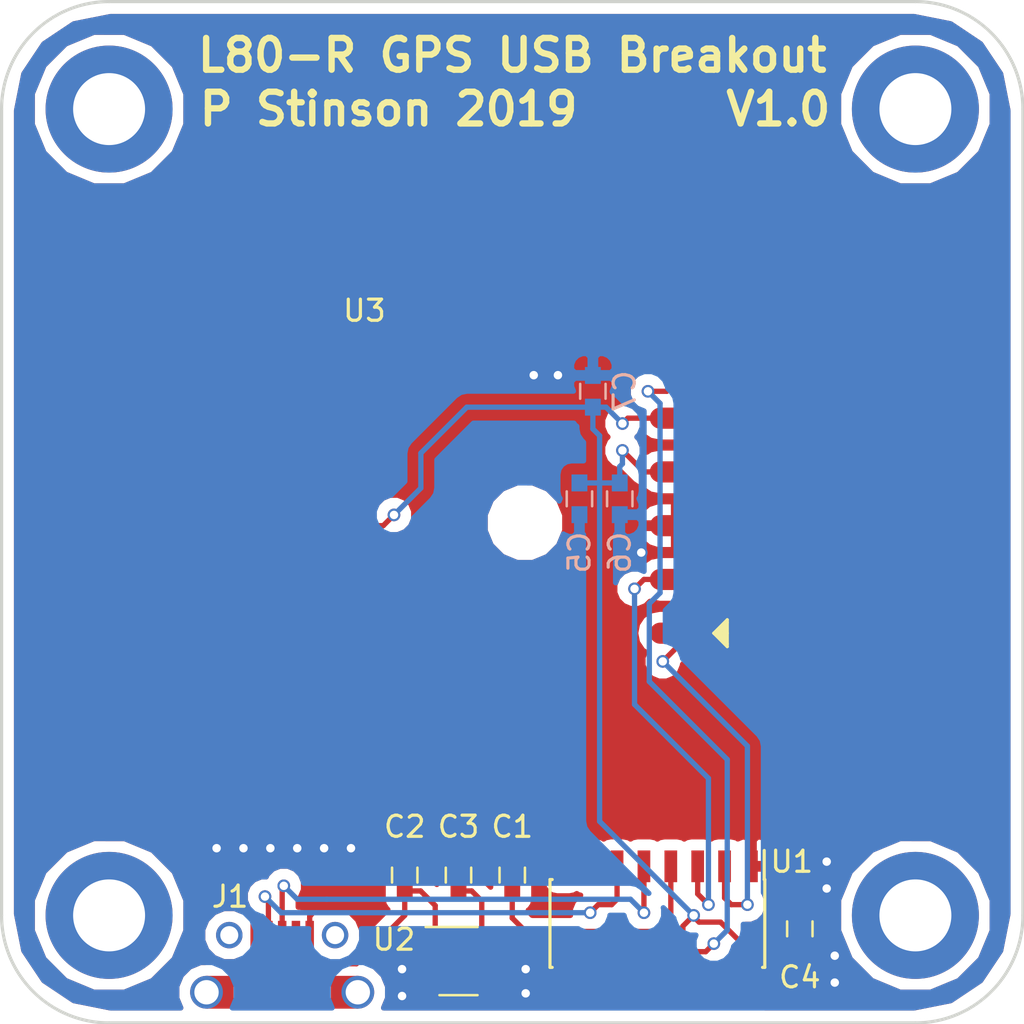
<source format=kicad_pcb>
(kicad_pcb (version 4) (host pcbnew 4.0.7)

  (general
    (links 29)
    (no_connects 0)
    (area 118.696666 75.86 170.863334 126.6272)
    (thickness 1.6)
    (drawings 15)
    (tracks 159)
    (zones 0)
    (modules 15)
    (nets 23)
  )

  (page A4)
  (layers
    (0 F.Cu signal)
    (31 B.Cu signal)
    (32 B.Adhes user)
    (33 F.Adhes user)
    (34 B.Paste user)
    (35 F.Paste user)
    (36 B.SilkS user)
    (37 F.SilkS user)
    (38 B.Mask user)
    (39 F.Mask user)
    (40 Dwgs.User user)
    (41 Cmts.User user)
    (42 Eco1.User user)
    (43 Eco2.User user)
    (44 Edge.Cuts user)
    (45 Margin user)
    (46 B.CrtYd user)
    (47 F.CrtYd user)
    (48 B.Fab user)
    (49 F.Fab user)
  )

  (setup
    (last_trace_width 0.25)
    (trace_clearance 0.2)
    (zone_clearance 0.508)
    (zone_45_only no)
    (trace_min 0.2)
    (segment_width 0.2)
    (edge_width 0.15)
    (via_size 0.6)
    (via_drill 0.4)
    (via_min_size 0.4)
    (via_min_drill 0.3)
    (uvia_size 0.3)
    (uvia_drill 0.1)
    (uvias_allowed no)
    (uvia_min_size 0.2)
    (uvia_min_drill 0.1)
    (pcb_text_width 0.3)
    (pcb_text_size 1.5 1.5)
    (mod_edge_width 0.15)
    (mod_text_size 1 1)
    (mod_text_width 0.15)
    (pad_size 1.524 1.524)
    (pad_drill 0.762)
    (pad_to_mask_clearance 0.2)
    (aux_axis_origin 0 0)
    (visible_elements 7FFFFF7F)
    (pcbplotparams
      (layerselection 0x010f0_80000001)
      (usegerberextensions true)
      (excludeedgelayer true)
      (linewidth 0.100000)
      (plotframeref false)
      (viasonmask false)
      (mode 1)
      (useauxorigin false)
      (hpglpennumber 1)
      (hpglpenspeed 20)
      (hpglpendiameter 15)
      (hpglpenoverlay 2)
      (psnegative false)
      (psa4output false)
      (plotreference true)
      (plotvalue false)
      (plotinvisibletext false)
      (padsonsilk false)
      (subtractmaskfromsilk false)
      (outputformat 1)
      (mirror false)
      (drillshape 0)
      (scaleselection 1)
      (outputdirectory gerbers/))
  )

  (net 0 "")
  (net 1 "Net-(C1-Pad2)")
  (net 2 GND)
  (net 3 +5V)
  (net 4 VCC)
  (net 5 "Net-(J1-Pad2)")
  (net 6 "Net-(J1-Pad4)")
  (net 7 "Net-(J1-Pad3)")
  (net 8 /USB_TX)
  (net 9 /USB_RX)
  (net 10 "Net-(U1-Pad7)")
  (net 11 "Net-(U1-Pad8)")
  (net 12 "Net-(U1-Pad9)")
  (net 13 "Net-(U1-Pad10)")
  (net 14 /1PPS)
  (net 15 "Net-(U1-Pad12)")
  (net 16 "Net-(U1-Pad13)")
  (net 17 "Net-(U1-Pad14)")
  (net 18 "Net-(U1-Pad15)")
  (net 19 "Net-(U3-Pad11)")
  (net 20 "Net-(U3-Pad9)")
  (net 21 "Net-(U3-Pad8)")
  (net 22 "Net-(U3-Pad7)")

  (net_class Default "This is the default net class."
    (clearance 0.2)
    (trace_width 0.25)
    (via_dia 0.6)
    (via_drill 0.4)
    (uvia_dia 0.3)
    (uvia_drill 0.1)
    (add_net +5V)
    (add_net /1PPS)
    (add_net /USB_RX)
    (add_net /USB_TX)
    (add_net GND)
    (add_net "Net-(C1-Pad2)")
    (add_net "Net-(J1-Pad2)")
    (add_net "Net-(J1-Pad3)")
    (add_net "Net-(J1-Pad4)")
    (add_net "Net-(U1-Pad10)")
    (add_net "Net-(U1-Pad12)")
    (add_net "Net-(U1-Pad13)")
    (add_net "Net-(U1-Pad14)")
    (add_net "Net-(U1-Pad15)")
    (add_net "Net-(U1-Pad7)")
    (add_net "Net-(U1-Pad8)")
    (add_net "Net-(U1-Pad9)")
    (add_net "Net-(U3-Pad11)")
    (add_net "Net-(U3-Pad7)")
    (add_net "Net-(U3-Pad8)")
    (add_net "Net-(U3-Pad9)")
    (add_net VCC)
  )

  (module Quectel_L80-R:Quectel_L80-R (layer F.Cu) (tedit 5D2F7807) (tstamp 5D2F7AB8)
    (at 144.78 99.695)
    (path /5D23948F)
    (fp_text reference U3 (at -6.985 -8.89) (layer F.SilkS)
      (effects (font (size 1 1) (thickness 0.15)))
    )
    (fp_text value Quectel_L80-R (at 0 9.525) (layer F.Fab)
      (effects (font (size 1 1) (thickness 0.15)))
    )
    (fp_line (start 10.033 6.731) (end 10.16 6.858) (layer F.SilkS) (width 0.15))
    (fp_line (start 10.16 5.842) (end 9.652 6.35) (layer F.SilkS) (width 0.15))
    (fp_line (start 9.652 6.35) (end 10.033 6.731) (layer F.SilkS) (width 0.15))
    (fp_line (start 10.033 6.731) (end 10.033 5.969) (layer F.SilkS) (width 0.15))
    (fp_line (start 10.033 5.969) (end 10.033 6.096) (layer F.SilkS) (width 0.15))
    (fp_line (start 10.033 6.096) (end 9.779 6.35) (layer F.SilkS) (width 0.15))
    (fp_line (start 9.779 6.35) (end 10.033 6.604) (layer F.SilkS) (width 0.15))
    (fp_line (start 9.525 6.35) (end 10.16 5.715) (layer F.SilkS) (width 0.15))
    (fp_line (start 10.16 5.715) (end 10.16 6.985) (layer F.SilkS) (width 0.15))
    (fp_line (start 10.16 6.985) (end 9.525 6.35) (layer F.SilkS) (width 0.15))
    (fp_line (start 9.525 6.35) (end 10.16 6.35) (layer F.SilkS) (width 0.15))
    (fp_circle (center 0.6 1.13) (end 1.6 1.13) (layer F.Fab) (width 0.15))
    (fp_line (start -8 -7.5) (end 8 -7.5) (layer F.Fab) (width 0.15))
    (fp_line (start 8 -7.5) (end 8 8.5) (layer F.Fab) (width 0.15))
    (fp_line (start 8 8.5) (end -8 8.5) (layer F.Fab) (width 0.15))
    (fp_line (start -8 8.5) (end -8 -7.5) (layer F.Fab) (width 0.15))
    (fp_line (start -9.15 -7.65) (end 9.15 -7.65) (layer F.Fab) (width 0.15))
    (fp_line (start 9.15 -7.65) (end 9.15 8.65) (layer F.Fab) (width 0.15))
    (fp_line (start 9.15 8.65) (end -9.15 8.65) (layer F.Fab) (width 0.15))
    (fp_line (start -9.15 8.65) (end -9.15 -7.65) (layer F.Fab) (width 0.15))
    (pad 12 smd oval (at -7.75 6.35) (size 2.5 1) (layers F.Cu F.Paste F.Mask)
      (net 2 GND))
    (pad 11 smd oval (at -7.75 3.81) (size 2.5 1) (layers F.Cu F.Paste F.Mask)
      (net 19 "Net-(U3-Pad11)"))
    (pad 10 smd oval (at -7.75 1.27) (size 2.5 1) (layers F.Cu F.Paste F.Mask)
      (net 4 VCC))
    (pad 9 smd oval (at -7.75 -1.27) (size 2.5 1) (layers F.Cu F.Paste F.Mask)
      (net 20 "Net-(U3-Pad9)"))
    (pad 8 smd oval (at -7.75 -3.81) (size 2.5 1) (layers F.Cu F.Paste F.Mask)
      (net 21 "Net-(U3-Pad8)"))
    (pad 7 smd oval (at -7.75 -6.35) (size 2.5 1) (layers F.Cu F.Paste F.Mask)
      (net 22 "Net-(U3-Pad7)"))
    (pad 6 smd oval (at 7.75 -6.35) (size 2.5 1) (layers F.Cu F.Paste F.Mask)
      (net 14 /1PPS))
    (pad 5 smd oval (at 7.75 -3.81) (size 2.5 1) (layers F.Cu F.Paste F.Mask)
      (net 4 VCC))
    (pad 4 smd oval (at 7.75 -1.27) (size 2.5 1) (layers F.Cu F.Paste F.Mask)
      (net 4 VCC))
    (pad 3 smd oval (at 7.75 1.27) (size 2.5 1) (layers F.Cu F.Paste F.Mask)
      (net 2 GND))
    (pad 2 smd oval (at 7.75 3.81) (size 2.5 1) (layers F.Cu F.Paste F.Mask)
      (net 9 /USB_RX))
    (pad 1 smd oval (at 7.75 6.35) (size 2.5 1) (layers F.Cu F.Paste F.Mask)
      (net 8 /USB_TX))
    (pad "" np_thru_hole circle (at 0.6 1.13) (size 2.5 2.5) (drill 2.5) (layers *.Cu *.Mask))
    (model "C:/Users/Paul/Documents/KiCad PCBs/L80-R_USB_Breakout/3D/L80-R.wrl"
      (at (xyz 0 -0.0197 0))
      (scale (xyz 0.393701 0.393701 0.393701))
      (rotate (xyz 0 0 0))
    )
  )

  (module M3_Mounting_Hole:M3_Mounting_Hole (layer F.Cu) (tedit 5D2F3AA1) (tstamp 5D2F36C5)
    (at 163.83 119.38)
    (fp_text reference REF** (at 0 5.08) (layer F.SilkS) hide
      (effects (font (size 1 1) (thickness 0.15)))
    )
    (fp_text value M3_Mounting_Hole (at 0 -4.445) (layer F.Fab) hide
      (effects (font (size 1 1) (thickness 0.15)))
    )
    (pad "" np_thru_hole circle (at 0 0) (size 6 6) (drill 3.4) (layers *.Cu *.Mask))
  )

  (module M3_Mounting_Hole:M3_Mounting_Hole (layer F.Cu) (tedit 5D2F3A94) (tstamp 5D2F36AE)
    (at 125.73 119.38)
    (fp_text reference REF** (at 0 5.08) (layer F.SilkS) hide
      (effects (font (size 1 1) (thickness 0.15)))
    )
    (fp_text value M3_Mounting_Hole (at 0 -4.445) (layer F.Fab) hide
      (effects (font (size 1 1) (thickness 0.15)))
    )
    (pad "" np_thru_hole circle (at 0 0) (size 6 6) (drill 3.4) (layers *.Cu *.Mask))
  )

  (module M3_Mounting_Hole:M3_Mounting_Hole (layer F.Cu) (tedit 5D2F3AB9) (tstamp 5D2F3666)
    (at 125.73 81.28)
    (fp_text reference REF** (at 0 5.08) (layer F.SilkS) hide
      (effects (font (size 1 1) (thickness 0.15)))
    )
    (fp_text value M3_Mounting_Hole (at 0 -4.445) (layer F.Fab) hide
      (effects (font (size 1 1) (thickness 0.15)))
    )
    (pad "" np_thru_hole circle (at 0 0) (size 6 6) (drill 3.4) (layers *.Cu *.Mask))
  )

  (module Capacitors_SMD:C_0603 (layer F.Cu) (tedit 5D2F3911) (tstamp 5D2F2B8F)
    (at 144.78 117.475 270)
    (descr "Capacitor SMD 0603, reflow soldering, AVX (see smccp.pdf)")
    (tags "capacitor 0603")
    (path /5D2399C3)
    (attr smd)
    (fp_text reference C1 (at -2.286 0 540) (layer F.SilkS)
      (effects (font (size 1 1) (thickness 0.15)))
    )
    (fp_text value 0.1uF (at 0 1.5 270) (layer F.Fab) hide
      (effects (font (size 1 1) (thickness 0.15)))
    )
    (fp_line (start 1.4 0.65) (end -1.4 0.65) (layer F.CrtYd) (width 0.05))
    (fp_line (start 1.4 0.65) (end 1.4 -0.65) (layer F.CrtYd) (width 0.05))
    (fp_line (start -1.4 -0.65) (end -1.4 0.65) (layer F.CrtYd) (width 0.05))
    (fp_line (start -1.4 -0.65) (end 1.4 -0.65) (layer F.CrtYd) (width 0.05))
    (fp_line (start 0.35 0.6) (end -0.35 0.6) (layer F.SilkS) (width 0.12))
    (fp_line (start -0.35 -0.6) (end 0.35 -0.6) (layer F.SilkS) (width 0.12))
    (fp_line (start -0.8 -0.4) (end 0.8 -0.4) (layer F.Fab) (width 0.1))
    (fp_line (start 0.8 -0.4) (end 0.8 0.4) (layer F.Fab) (width 0.1))
    (fp_line (start 0.8 0.4) (end -0.8 0.4) (layer F.Fab) (width 0.1))
    (fp_line (start -0.8 0.4) (end -0.8 -0.4) (layer F.Fab) (width 0.1))
    (fp_text user %R (at 0 0 270) (layer F.Fab)
      (effects (font (size 0.3 0.3) (thickness 0.075)))
    )
    (pad 2 smd rect (at 0.75 0 270) (size 0.8 0.75) (layers F.Cu F.Paste F.Mask)
      (net 1 "Net-(C1-Pad2)"))
    (pad 1 smd rect (at -0.75 0 270) (size 0.8 0.75) (layers F.Cu F.Paste F.Mask)
      (net 2 GND))
    (model Capacitors_SMD.3dshapes/C_0603.wrl
      (at (xyz 0 0 0))
      (scale (xyz 1 1 1))
      (rotate (xyz 0 0 0))
    )
  )

  (module Capacitors_SMD:C_0603 (layer F.Cu) (tedit 5D2F3919) (tstamp 5D2F2B95)
    (at 139.7 117.475 90)
    (descr "Capacitor SMD 0603, reflow soldering, AVX (see smccp.pdf)")
    (tags "capacitor 0603")
    (path /5D23A2D4)
    (attr smd)
    (fp_text reference C2 (at 2.286 0 360) (layer F.SilkS)
      (effects (font (size 1 1) (thickness 0.15)))
    )
    (fp_text value 1uF (at 0 1.5 90) (layer F.Fab) hide
      (effects (font (size 1 1) (thickness 0.15)))
    )
    (fp_line (start 1.4 0.65) (end -1.4 0.65) (layer F.CrtYd) (width 0.05))
    (fp_line (start 1.4 0.65) (end 1.4 -0.65) (layer F.CrtYd) (width 0.05))
    (fp_line (start -1.4 -0.65) (end -1.4 0.65) (layer F.CrtYd) (width 0.05))
    (fp_line (start -1.4 -0.65) (end 1.4 -0.65) (layer F.CrtYd) (width 0.05))
    (fp_line (start 0.35 0.6) (end -0.35 0.6) (layer F.SilkS) (width 0.12))
    (fp_line (start -0.35 -0.6) (end 0.35 -0.6) (layer F.SilkS) (width 0.12))
    (fp_line (start -0.8 -0.4) (end 0.8 -0.4) (layer F.Fab) (width 0.1))
    (fp_line (start 0.8 -0.4) (end 0.8 0.4) (layer F.Fab) (width 0.1))
    (fp_line (start 0.8 0.4) (end -0.8 0.4) (layer F.Fab) (width 0.1))
    (fp_line (start -0.8 0.4) (end -0.8 -0.4) (layer F.Fab) (width 0.1))
    (fp_text user %R (at 0 0 90) (layer F.Fab)
      (effects (font (size 0.3 0.3) (thickness 0.075)))
    )
    (pad 2 smd rect (at 0.75 0 90) (size 0.8 0.75) (layers F.Cu F.Paste F.Mask)
      (net 2 GND))
    (pad 1 smd rect (at -0.75 0 90) (size 0.8 0.75) (layers F.Cu F.Paste F.Mask)
      (net 3 +5V))
    (model Capacitors_SMD.3dshapes/C_0603.wrl
      (at (xyz 0 0 0))
      (scale (xyz 1 1 1))
      (rotate (xyz 0 0 0))
    )
  )

  (module Capacitors_SMD:C_0603 (layer F.Cu) (tedit 5D2F3909) (tstamp 5D2F2B9B)
    (at 142.24 117.475 90)
    (descr "Capacitor SMD 0603, reflow soldering, AVX (see smccp.pdf)")
    (tags "capacitor 0603")
    (path /5D23A436)
    (attr smd)
    (fp_text reference C3 (at 2.286 0 180) (layer F.SilkS)
      (effects (font (size 1 1) (thickness 0.15)))
    )
    (fp_text value 1uF (at 0 1.5 90) (layer F.Fab) hide
      (effects (font (size 1 1) (thickness 0.15)))
    )
    (fp_line (start 1.4 0.65) (end -1.4 0.65) (layer F.CrtYd) (width 0.05))
    (fp_line (start 1.4 0.65) (end 1.4 -0.65) (layer F.CrtYd) (width 0.05))
    (fp_line (start -1.4 -0.65) (end -1.4 0.65) (layer F.CrtYd) (width 0.05))
    (fp_line (start -1.4 -0.65) (end 1.4 -0.65) (layer F.CrtYd) (width 0.05))
    (fp_line (start 0.35 0.6) (end -0.35 0.6) (layer F.SilkS) (width 0.12))
    (fp_line (start -0.35 -0.6) (end 0.35 -0.6) (layer F.SilkS) (width 0.12))
    (fp_line (start -0.8 -0.4) (end 0.8 -0.4) (layer F.Fab) (width 0.1))
    (fp_line (start 0.8 -0.4) (end 0.8 0.4) (layer F.Fab) (width 0.1))
    (fp_line (start 0.8 0.4) (end -0.8 0.4) (layer F.Fab) (width 0.1))
    (fp_line (start -0.8 0.4) (end -0.8 -0.4) (layer F.Fab) (width 0.1))
    (fp_text user %R (at 0 0 90) (layer F.Fab)
      (effects (font (size 0.3 0.3) (thickness 0.075)))
    )
    (pad 2 smd rect (at 0.75 0 90) (size 0.8 0.75) (layers F.Cu F.Paste F.Mask)
      (net 2 GND))
    (pad 1 smd rect (at -0.75 0 90) (size 0.8 0.75) (layers F.Cu F.Paste F.Mask)
      (net 4 VCC))
    (model Capacitors_SMD.3dshapes/C_0603.wrl
      (at (xyz 0 0 0))
      (scale (xyz 1 1 1))
      (rotate (xyz 0 0 0))
    )
  )

  (module Capacitors_SMD:C_0603 (layer F.Cu) (tedit 5D2F3957) (tstamp 5D2F2BA1)
    (at 158.369 120.015 90)
    (descr "Capacitor SMD 0603, reflow soldering, AVX (see smccp.pdf)")
    (tags "capacitor 0603")
    (path /5D239B26)
    (attr smd)
    (fp_text reference C4 (at -2.286 0 180) (layer F.SilkS)
      (effects (font (size 1 1) (thickness 0.15)))
    )
    (fp_text value 0.1uF (at 0 1.5 90) (layer F.Fab) hide
      (effects (font (size 1 1) (thickness 0.15)))
    )
    (fp_line (start 1.4 0.65) (end -1.4 0.65) (layer F.CrtYd) (width 0.05))
    (fp_line (start 1.4 0.65) (end 1.4 -0.65) (layer F.CrtYd) (width 0.05))
    (fp_line (start -1.4 -0.65) (end -1.4 0.65) (layer F.CrtYd) (width 0.05))
    (fp_line (start -1.4 -0.65) (end 1.4 -0.65) (layer F.CrtYd) (width 0.05))
    (fp_line (start 0.35 0.6) (end -0.35 0.6) (layer F.SilkS) (width 0.12))
    (fp_line (start -0.35 -0.6) (end 0.35 -0.6) (layer F.SilkS) (width 0.12))
    (fp_line (start -0.8 -0.4) (end 0.8 -0.4) (layer F.Fab) (width 0.1))
    (fp_line (start 0.8 -0.4) (end 0.8 0.4) (layer F.Fab) (width 0.1))
    (fp_line (start 0.8 0.4) (end -0.8 0.4) (layer F.Fab) (width 0.1))
    (fp_line (start -0.8 0.4) (end -0.8 -0.4) (layer F.Fab) (width 0.1))
    (fp_text user %R (at 0 0 90) (layer F.Fab)
      (effects (font (size 0.3 0.3) (thickness 0.075)))
    )
    (pad 2 smd rect (at 0.75 0 90) (size 0.8 0.75) (layers F.Cu F.Paste F.Mask)
      (net 2 GND))
    (pad 1 smd rect (at -0.75 0 90) (size 0.8 0.75) (layers F.Cu F.Paste F.Mask)
      (net 4 VCC))
    (model Capacitors_SMD.3dshapes/C_0603.wrl
      (at (xyz 0 0 0))
      (scale (xyz 1 1 1))
      (rotate (xyz 0 0 0))
    )
  )

  (module Capacitors_SMD:C_0603 (layer B.Cu) (tedit 5D2F429A) (tstamp 5D2F2BA7)
    (at 147.955 99.695 270)
    (descr "Capacitor SMD 0603, reflow soldering, AVX (see smccp.pdf)")
    (tags "capacitor 0603")
    (path /5D23AB77)
    (attr smd)
    (fp_text reference C5 (at 2.54 0 270) (layer B.SilkS)
      (effects (font (size 1 1) (thickness 0.15)) (justify mirror))
    )
    (fp_text value 10uF (at 0 -1.5 270) (layer B.Fab) hide
      (effects (font (size 1 1) (thickness 0.15)) (justify mirror))
    )
    (fp_line (start 1.4 -0.65) (end -1.4 -0.65) (layer B.CrtYd) (width 0.05))
    (fp_line (start 1.4 -0.65) (end 1.4 0.65) (layer B.CrtYd) (width 0.05))
    (fp_line (start -1.4 0.65) (end -1.4 -0.65) (layer B.CrtYd) (width 0.05))
    (fp_line (start -1.4 0.65) (end 1.4 0.65) (layer B.CrtYd) (width 0.05))
    (fp_line (start 0.35 -0.6) (end -0.35 -0.6) (layer B.SilkS) (width 0.12))
    (fp_line (start -0.35 0.6) (end 0.35 0.6) (layer B.SilkS) (width 0.12))
    (fp_line (start -0.8 0.4) (end 0.8 0.4) (layer B.Fab) (width 0.1))
    (fp_line (start 0.8 0.4) (end 0.8 -0.4) (layer B.Fab) (width 0.1))
    (fp_line (start 0.8 -0.4) (end -0.8 -0.4) (layer B.Fab) (width 0.1))
    (fp_line (start -0.8 -0.4) (end -0.8 0.4) (layer B.Fab) (width 0.1))
    (fp_text user %R (at 0 0 270) (layer B.Fab)
      (effects (font (size 0.3 0.3) (thickness 0.075)) (justify mirror))
    )
    (pad 2 smd rect (at 0.75 0 270) (size 0.8 0.75) (layers B.Cu B.Paste B.Mask)
      (net 2 GND))
    (pad 1 smd rect (at -0.75 0 270) (size 0.8 0.75) (layers B.Cu B.Paste B.Mask)
      (net 4 VCC))
    (model Capacitors_SMD.3dshapes/C_0603.wrl
      (at (xyz 0 0 0))
      (scale (xyz 1 1 1))
      (rotate (xyz 0 0 0))
    )
  )

  (module Capacitors_SMD:C_0603 (layer B.Cu) (tedit 5D2F429E) (tstamp 5D2F2BAD)
    (at 149.86 99.695 270)
    (descr "Capacitor SMD 0603, reflow soldering, AVX (see smccp.pdf)")
    (tags "capacitor 0603")
    (path /5D23AAB3)
    (attr smd)
    (fp_text reference C6 (at 2.54 0 270) (layer B.SilkS)
      (effects (font (size 1 1) (thickness 0.15)) (justify mirror))
    )
    (fp_text value 0.1uF (at 0 -1.5 270) (layer B.Fab) hide
      (effects (font (size 1 1) (thickness 0.15)) (justify mirror))
    )
    (fp_line (start 1.4 -0.65) (end -1.4 -0.65) (layer B.CrtYd) (width 0.05))
    (fp_line (start 1.4 -0.65) (end 1.4 0.65) (layer B.CrtYd) (width 0.05))
    (fp_line (start -1.4 0.65) (end -1.4 -0.65) (layer B.CrtYd) (width 0.05))
    (fp_line (start -1.4 0.65) (end 1.4 0.65) (layer B.CrtYd) (width 0.05))
    (fp_line (start 0.35 -0.6) (end -0.35 -0.6) (layer B.SilkS) (width 0.12))
    (fp_line (start -0.35 0.6) (end 0.35 0.6) (layer B.SilkS) (width 0.12))
    (fp_line (start -0.8 0.4) (end 0.8 0.4) (layer B.Fab) (width 0.1))
    (fp_line (start 0.8 0.4) (end 0.8 -0.4) (layer B.Fab) (width 0.1))
    (fp_line (start 0.8 -0.4) (end -0.8 -0.4) (layer B.Fab) (width 0.1))
    (fp_line (start -0.8 -0.4) (end -0.8 0.4) (layer B.Fab) (width 0.1))
    (fp_text user %R (at 0 0 270) (layer B.Fab)
      (effects (font (size 0.3 0.3) (thickness 0.075)) (justify mirror))
    )
    (pad 2 smd rect (at 0.75 0 270) (size 0.8 0.75) (layers B.Cu B.Paste B.Mask)
      (net 2 GND))
    (pad 1 smd rect (at -0.75 0 270) (size 0.8 0.75) (layers B.Cu B.Paste B.Mask)
      (net 4 VCC))
    (model Capacitors_SMD.3dshapes/C_0603.wrl
      (at (xyz 0 0 0))
      (scale (xyz 1 1 1))
      (rotate (xyz 0 0 0))
    )
  )

  (module Capacitors_SMD:C_0603 (layer B.Cu) (tedit 5D2F30AA) (tstamp 5D2F2BB3)
    (at 148.59 94.615 90)
    (descr "Capacitor SMD 0603, reflow soldering, AVX (see smccp.pdf)")
    (tags "capacitor 0603")
    (path /5D23A994)
    (attr smd)
    (fp_text reference C7 (at 0 1.5 90) (layer B.SilkS)
      (effects (font (size 1 1) (thickness 0.15)) (justify mirror))
    )
    (fp_text value 0.1uF (at 0 -1.5 90) (layer B.Fab) hide
      (effects (font (size 1 1) (thickness 0.15)) (justify mirror))
    )
    (fp_line (start 1.4 -0.65) (end -1.4 -0.65) (layer B.CrtYd) (width 0.05))
    (fp_line (start 1.4 -0.65) (end 1.4 0.65) (layer B.CrtYd) (width 0.05))
    (fp_line (start -1.4 0.65) (end -1.4 -0.65) (layer B.CrtYd) (width 0.05))
    (fp_line (start -1.4 0.65) (end 1.4 0.65) (layer B.CrtYd) (width 0.05))
    (fp_line (start 0.35 -0.6) (end -0.35 -0.6) (layer B.SilkS) (width 0.12))
    (fp_line (start -0.35 0.6) (end 0.35 0.6) (layer B.SilkS) (width 0.12))
    (fp_line (start -0.8 0.4) (end 0.8 0.4) (layer B.Fab) (width 0.1))
    (fp_line (start 0.8 0.4) (end 0.8 -0.4) (layer B.Fab) (width 0.1))
    (fp_line (start 0.8 -0.4) (end -0.8 -0.4) (layer B.Fab) (width 0.1))
    (fp_line (start -0.8 -0.4) (end -0.8 0.4) (layer B.Fab) (width 0.1))
    (fp_text user %R (at 0 0 90) (layer B.Fab)
      (effects (font (size 0.3 0.3) (thickness 0.075)) (justify mirror))
    )
    (pad 2 smd rect (at 0.75 0 90) (size 0.8 0.75) (layers B.Cu B.Paste B.Mask)
      (net 2 GND))
    (pad 1 smd rect (at -0.75 0 90) (size 0.8 0.75) (layers B.Cu B.Paste B.Mask)
      (net 4 VCC))
    (model Capacitors_SMD.3dshapes/C_0603.wrl
      (at (xyz 0 0 0))
      (scale (xyz 1 1 1))
      (rotate (xyz 0 0 0))
    )
  )

  (module Amphenol_Micro_USB:Amphenol_10118194-0001LF_Micro_USB_B (layer F.Cu) (tedit 5D2F3CF4) (tstamp 5D2F2BC4)
    (at 133.9088 123.0122)
    (path /5D2395FF)
    (fp_text reference J1 (at -2.4638 -4.5212) (layer F.SilkS)
      (effects (font (size 1 1) (thickness 0.15)))
    )
    (fp_text value USB_OTG (at 0 2.54) (layer F.Fab) hide
      (effects (font (size 1 1) (thickness 0.15)))
    )
    (fp_line (start -5.08 1.45) (end 5.08 1.45) (layer F.Fab) (width 0.15))
    (pad "" smd rect (at 1 0) (size 1.5 1.55) (layers F.Cu F.Paste F.Mask))
    (pad "" smd rect (at 2.9375 0) (size 1.275 1.55) (layers F.Cu F.Paste F.Mask))
    (pad "" thru_hole circle (at 3.575 0) (size 1.55 1.55) (drill 1.15) (layers *.Cu *.Mask))
    (pad "" thru_hole circle (at -3.575 0) (size 1.55 1.55) (drill 1.15) (layers *.Cu *.Mask))
    (pad "" thru_hole circle (at -2.5 -2.7) (size 1.25 1.25) (drill 0.85) (layers *.Cu *.Mask))
    (pad 1 smd rect (at -1.3 -2.7) (size 0.4 1.35) (layers F.Cu F.Paste F.Mask)
      (net 3 +5V))
    (pad 2 smd rect (at -0.65 -2.7) (size 0.4 1.35) (layers F.Cu F.Paste F.Mask)
      (net 5 "Net-(J1-Pad2)"))
    (pad 5 smd rect (at 1.3 -2.7) (size 0.4 1.35) (layers F.Cu F.Paste F.Mask)
      (net 2 GND))
    (pad 4 smd rect (at 0.65 -2.7) (size 0.4 1.35) (layers F.Cu F.Paste F.Mask)
      (net 6 "Net-(J1-Pad4)"))
    (pad 3 smd rect (at 0 -2.7) (size 0.4 1.35) (layers F.Cu F.Paste F.Mask)
      (net 7 "Net-(J1-Pad3)"))
    (pad "" thru_hole circle (at 2.5 -2.7) (size 1.25 1.25) (drill 0.85) (layers *.Cu *.Mask))
    (pad "" smd rect (at -2.9375 0) (size 1.275 1.55) (layers F.Cu F.Paste F.Mask))
    (pad "" smd rect (at -1 0) (size 1.5 1.55) (layers F.Cu F.Paste F.Mask))
    (model "C:/Users/Paul/Documents/KiCad PCBs/L80-R_USB_Breakout/3D/micro_usb.wrl"
      (at (xyz 0 0.035 -0.02))
      (scale (xyz 0.393701 0.393701 0.393701))
      (rotate (xyz -90 0 0))
    )
  )

  (module Housings_SOIC:SOIC-16_3.9x9.9mm_Pitch1.27mm (layer F.Cu) (tedit 5D2F396C) (tstamp 5D2F2BD8)
    (at 151.638 119.761 270)
    (descr "16-Lead Plastic Small Outline (SL) - Narrow, 3.90 mm Body [SOIC] (see Microchip Packaging Specification 00000049BS.pdf)")
    (tags "SOIC 1.27")
    (path /5D23958D)
    (attr smd)
    (fp_text reference U1 (at -2.921 -6.35 540) (layer F.SilkS)
      (effects (font (size 1 1) (thickness 0.15)))
    )
    (fp_text value CH340C (at 0 6 270) (layer F.Fab) hide
      (effects (font (size 1 1) (thickness 0.15)))
    )
    (fp_text user %R (at 0 0 270) (layer F.Fab)
      (effects (font (size 0.9 0.9) (thickness 0.135)))
    )
    (fp_line (start -0.95 -4.95) (end 1.95 -4.95) (layer F.Fab) (width 0.15))
    (fp_line (start 1.95 -4.95) (end 1.95 4.95) (layer F.Fab) (width 0.15))
    (fp_line (start 1.95 4.95) (end -1.95 4.95) (layer F.Fab) (width 0.15))
    (fp_line (start -1.95 4.95) (end -1.95 -3.95) (layer F.Fab) (width 0.15))
    (fp_line (start -1.95 -3.95) (end -0.95 -4.95) (layer F.Fab) (width 0.15))
    (fp_line (start -3.7 -5.25) (end -3.7 5.25) (layer F.CrtYd) (width 0.05))
    (fp_line (start 3.7 -5.25) (end 3.7 5.25) (layer F.CrtYd) (width 0.05))
    (fp_line (start -3.7 -5.25) (end 3.7 -5.25) (layer F.CrtYd) (width 0.05))
    (fp_line (start -3.7 5.25) (end 3.7 5.25) (layer F.CrtYd) (width 0.05))
    (fp_line (start -2.075 -5.075) (end -2.075 -5.05) (layer F.SilkS) (width 0.15))
    (fp_line (start 2.075 -5.075) (end 2.075 -4.97) (layer F.SilkS) (width 0.15))
    (fp_line (start 2.075 5.075) (end 2.075 4.97) (layer F.SilkS) (width 0.15))
    (fp_line (start -2.075 5.075) (end -2.075 4.97) (layer F.SilkS) (width 0.15))
    (fp_line (start -2.075 -5.075) (end 2.075 -5.075) (layer F.SilkS) (width 0.15))
    (fp_line (start -2.075 5.075) (end 2.075 5.075) (layer F.SilkS) (width 0.15))
    (fp_line (start -2.075 -5.05) (end -3.45 -5.05) (layer F.SilkS) (width 0.15))
    (pad 1 smd rect (at -2.7 -4.445 270) (size 1.5 0.6) (layers F.Cu F.Paste F.Mask)
      (net 2 GND))
    (pad 2 smd rect (at -2.7 -3.175 270) (size 1.5 0.6) (layers F.Cu F.Paste F.Mask)
      (net 8 /USB_TX))
    (pad 3 smd rect (at -2.7 -1.905 270) (size 1.5 0.6) (layers F.Cu F.Paste F.Mask)
      (net 9 /USB_RX))
    (pad 4 smd rect (at -2.7 -0.635 270) (size 1.5 0.6) (layers F.Cu F.Paste F.Mask)
      (net 1 "Net-(C1-Pad2)"))
    (pad 5 smd rect (at -2.7 0.635 270) (size 1.5 0.6) (layers F.Cu F.Paste F.Mask)
      (net 7 "Net-(J1-Pad3)"))
    (pad 6 smd rect (at -2.7 1.905 270) (size 1.5 0.6) (layers F.Cu F.Paste F.Mask)
      (net 5 "Net-(J1-Pad2)"))
    (pad 7 smd rect (at -2.7 3.175 270) (size 1.5 0.6) (layers F.Cu F.Paste F.Mask)
      (net 10 "Net-(U1-Pad7)"))
    (pad 8 smd rect (at -2.7 4.445 270) (size 1.5 0.6) (layers F.Cu F.Paste F.Mask)
      (net 11 "Net-(U1-Pad8)"))
    (pad 9 smd rect (at 2.7 4.445 270) (size 1.5 0.6) (layers F.Cu F.Paste F.Mask)
      (net 12 "Net-(U1-Pad9)"))
    (pad 10 smd rect (at 2.7 3.175 270) (size 1.5 0.6) (layers F.Cu F.Paste F.Mask)
      (net 13 "Net-(U1-Pad10)"))
    (pad 11 smd rect (at 2.7 1.905 270) (size 1.5 0.6) (layers F.Cu F.Paste F.Mask)
      (net 14 /1PPS))
    (pad 12 smd rect (at 2.7 0.635 270) (size 1.5 0.6) (layers F.Cu F.Paste F.Mask)
      (net 15 "Net-(U1-Pad12)"))
    (pad 13 smd rect (at 2.7 -0.635 270) (size 1.5 0.6) (layers F.Cu F.Paste F.Mask)
      (net 16 "Net-(U1-Pad13)"))
    (pad 14 smd rect (at 2.7 -1.905 270) (size 1.5 0.6) (layers F.Cu F.Paste F.Mask)
      (net 17 "Net-(U1-Pad14)"))
    (pad 15 smd rect (at 2.7 -3.175 270) (size 1.5 0.6) (layers F.Cu F.Paste F.Mask)
      (net 18 "Net-(U1-Pad15)"))
    (pad 16 smd rect (at 2.7 -4.445 270) (size 1.5 0.6) (layers F.Cu F.Paste F.Mask)
      (net 4 VCC))
    (model ${KISYS3DMOD}/Housings_SOIC.3dshapes/SOIC-16_3.9x9.9mm_Pitch1.27mm.wrl
      (at (xyz 0 0 0))
      (scale (xyz 1 1 1))
      (rotate (xyz 0 0 0))
    )
  )

  (module TO_SOT_Packages_SMD:SOT-23-5 (layer F.Cu) (tedit 5D2F386A) (tstamp 5D2F2BE1)
    (at 142.24 121.539)
    (descr "5-pin SOT23 package")
    (tags SOT-23-5)
    (path /5D23A041)
    (attr smd)
    (fp_text reference U2 (at -3.048 -1.016) (layer F.SilkS)
      (effects (font (size 1 1) (thickness 0.15)))
    )
    (fp_text value AP2112K-3.3 (at 0 2.9) (layer F.Fab) hide
      (effects (font (size 1 1) (thickness 0.15)))
    )
    (fp_text user %R (at 0 0 90) (layer F.Fab)
      (effects (font (size 0.5 0.5) (thickness 0.075)))
    )
    (fp_line (start -0.9 1.61) (end 0.9 1.61) (layer F.SilkS) (width 0.12))
    (fp_line (start 0.9 -1.61) (end -1.55 -1.61) (layer F.SilkS) (width 0.12))
    (fp_line (start -1.9 -1.8) (end 1.9 -1.8) (layer F.CrtYd) (width 0.05))
    (fp_line (start 1.9 -1.8) (end 1.9 1.8) (layer F.CrtYd) (width 0.05))
    (fp_line (start 1.9 1.8) (end -1.9 1.8) (layer F.CrtYd) (width 0.05))
    (fp_line (start -1.9 1.8) (end -1.9 -1.8) (layer F.CrtYd) (width 0.05))
    (fp_line (start -0.9 -0.9) (end -0.25 -1.55) (layer F.Fab) (width 0.1))
    (fp_line (start 0.9 -1.55) (end -0.25 -1.55) (layer F.Fab) (width 0.1))
    (fp_line (start -0.9 -0.9) (end -0.9 1.55) (layer F.Fab) (width 0.1))
    (fp_line (start 0.9 1.55) (end -0.9 1.55) (layer F.Fab) (width 0.1))
    (fp_line (start 0.9 -1.55) (end 0.9 1.55) (layer F.Fab) (width 0.1))
    (pad 1 smd rect (at -1.1 -0.95) (size 1.06 0.65) (layers F.Cu F.Paste F.Mask)
      (net 3 +5V))
    (pad 2 smd rect (at -1.1 0) (size 1.06 0.65) (layers F.Cu F.Paste F.Mask)
      (net 2 GND))
    (pad 3 smd rect (at -1.1 0.95) (size 1.06 0.65) (layers F.Cu F.Paste F.Mask)
      (net 3 +5V))
    (pad 4 smd rect (at 1.1 0.95) (size 1.06 0.65) (layers F.Cu F.Paste F.Mask))
    (pad 5 smd rect (at 1.1 -0.95) (size 1.06 0.65) (layers F.Cu F.Paste F.Mask)
      (net 4 VCC))
    (model ${KISYS3DMOD}/TO_SOT_Packages_SMD.3dshapes/SOT-23-5.wrl
      (at (xyz 0 0 0))
      (scale (xyz 1 1 1))
      (rotate (xyz 0 0 0))
    )
  )

  (module M3_Mounting_Hole:M3_Mounting_Hole (layer F.Cu) (tedit 5D2F3AB4) (tstamp 5D2F365A)
    (at 163.83 81.28)
    (fp_text reference REF** (at 0 5.08) (layer F.SilkS) hide
      (effects (font (size 1 1) (thickness 0.15)))
    )
    (fp_text value M3_Mounting_Hole (at 0 -4.445) (layer F.Fab) hide
      (effects (font (size 1 1) (thickness 0.15)))
    )
    (pad "" np_thru_hole circle (at 0 0) (size 6 6) (drill 3.4) (layers *.Cu *.Mask))
  )

  (gr_text V1.0 (at 157.353 81.28) (layer F.SilkS)
    (effects (font (size 1.5 1.5) (thickness 0.3)))
  )
  (gr_text "P Stinson 2019" (at 138.938 81.28) (layer F.SilkS)
    (effects (font (size 1.5 1.5) (thickness 0.3)))
  )
  (gr_text "L80-R GPS USB Breakout" (at 144.78 78.74) (layer F.SilkS)
    (effects (font (size 1.5 1.5) (thickness 0.3)))
  )
  (gr_line (start 120.65 81.28) (end 120.65 119.38) (angle 90) (layer Edge.Cuts) (width 0.15))
  (gr_line (start 163.83 76.2) (end 125.73 76.2) (angle 90) (layer Edge.Cuts) (width 0.15))
  (gr_arc (start 125.73 81.28) (end 120.65 81.28) (angle 90) (layer Edge.Cuts) (width 0.15))
  (gr_line (start 168.91 81.28) (end 168.91 119.38) (angle 90) (layer Edge.Cuts) (width 0.15))
  (gr_arc (start 163.83 81.28) (end 163.83 76.2) (angle 90) (layer Edge.Cuts) (width 0.15))
  (gr_line (start 163.83 124.46) (end 125.73 124.46) (angle 90) (layer Edge.Cuts) (width 0.15))
  (gr_arc (start 163.83 119.38) (end 168.91 119.38) (angle 90) (layer Edge.Cuts) (width 0.15))
  (gr_arc (start 125.73 119.38) (end 125.73 124.46) (angle 90) (layer Edge.Cuts) (width 0.15))
  (gr_line (start 159.78 85.195) (end 159.78 115.195) (angle 90) (layer F.Fab) (width 0.2))
  (gr_line (start 129.78 85.195) (end 129.78 115.195) (angle 90) (layer F.Fab) (width 0.2))
  (gr_line (start 129.78 85.195) (end 159.78 85.195) (angle 90) (layer F.Fab) (width 0.2) (tstamp 5D2F2E6E))
  (gr_line (start 129.78 115.195) (end 159.78 115.195) (angle 90) (layer F.Fab) (width 0.2))

  (segment (start 144.78 118.225) (end 144.78 119.507) (width 0.25) (layer F.Cu) (net 1))
  (segment (start 152.273 119.507) (end 152.273 117.061) (width 0.25) (layer F.Cu) (net 1) (tstamp 5D2F3BDC))
  (segment (start 151.641002 120.138998) (end 152.273 119.507) (width 0.25) (layer F.Cu) (net 1) (tstamp 5D2F3BDA))
  (segment (start 145.411998 120.138998) (end 151.641002 120.138998) (width 0.25) (layer F.Cu) (net 1) (tstamp 5D2F3BD6))
  (segment (start 144.78 119.507) (end 145.411998 120.138998) (width 0.25) (layer F.Cu) (net 1) (tstamp 5D2F3BD4))
  (segment (start 135.2088 120.3122) (end 135.2088 119.4262) (width 0.25) (layer F.Cu) (net 2))
  (via (at 130.81 116.205) (size 0.6) (drill 0.4) (layers F.Cu B.Cu) (net 2))
  (via (at 132.08 116.205) (size 0.6) (drill 0.4) (layers F.Cu B.Cu) (net 2))
  (via (at 133.35 116.205) (size 0.6) (drill 0.4) (layers F.Cu B.Cu) (net 2))
  (via (at 134.62 116.205) (size 0.6) (drill 0.4) (layers F.Cu B.Cu) (net 2))
  (via (at 135.89 116.205) (size 0.6) (drill 0.4) (layers F.Cu B.Cu) (net 2))
  (via (at 137.16 116.205) (size 0.6) (drill 0.4) (layers F.Cu B.Cu) (net 2))
  (segment (start 132.08 116.205) (end 130.81 116.205) (width 0.25) (layer F.Cu) (net 2) (tstamp 5D2F7CFC))
  (segment (start 133.35 116.205) (end 132.08 116.205) (width 0.25) (layer F.Cu) (net 2) (tstamp 5D2F7CFB))
  (segment (start 134.62 116.205) (end 133.35 116.205) (width 0.25) (layer F.Cu) (net 2) (tstamp 5D2F7CFA))
  (segment (start 135.89 116.205) (end 134.62 116.205) (width 0.25) (layer F.Cu) (net 2) (tstamp 5D2F7CF8))
  (segment (start 137.16 116.205) (end 135.89 116.205) (width 0.25) (layer F.Cu) (net 2) (tstamp 5D2F7CF6))
  (segment (start 135.255 118.11) (end 137.16 116.205) (width 0.25) (layer F.Cu) (net 2) (tstamp 5D2F7CF2))
  (segment (start 135.255 119.38) (end 135.255 118.11) (width 0.25) (layer F.Cu) (net 2) (tstamp 5D2F7CEF))
  (segment (start 135.2088 119.4262) (end 135.255 119.38) (width 0.25) (layer F.Cu) (net 2) (tstamp 5D2F7CEC))
  (segment (start 145.415 121.92) (end 145.415 123.063) (width 0.25) (layer F.Cu) (net 2))
  (segment (start 139.7 123.19) (end 140.081 123.571) (width 0.25) (layer F.Cu) (net 2) (tstamp 5D2F7CA8))
  (segment (start 140.081 123.571) (end 144.907 123.571) (width 0.25) (layer F.Cu) (net 2) (tstamp 5D2F7CA9))
  (segment (start 144.907 123.571) (end 145.415 123.063) (width 0.25) (layer F.Cu) (net 2) (tstamp 5D2F7CAC))
  (via (at 145.415 123.063) (size 0.6) (drill 0.4) (layers F.Cu B.Cu) (net 2))
  (segment (start 139.573 123.19) (end 139.573 121.92) (width 0.25) (layer F.Cu) (net 2))
  (via (at 139.573 123.19) (size 0.6) (drill 0.4) (layers F.Cu B.Cu) (net 2))
  (segment (start 139.954 121.539) (end 139.573 121.92) (width 0.25) (layer F.Cu) (net 2) (tstamp 5D2F7BB9))
  (via (at 139.573 121.92) (size 0.6) (drill 0.4) (layers F.Cu B.Cu) (net 2))
  (segment (start 139.954 121.539) (end 141.14 121.539) (width 0.25) (layer F.Cu) (net 2))
  (segment (start 139.573 123.19) (end 139.7 123.19) (width 0.25) (layer F.Cu) (net 2))
  (via (at 145.415 121.92) (size 0.6) (drill 0.4) (layers F.Cu B.Cu) (net 2))
  (segment (start 145.796 93.853) (end 146.939 93.853) (width 0.25) (layer B.Cu) (net 2))
  (segment (start 146.951 93.865) (end 146.939 93.853) (width 0.25) (layer B.Cu) (net 2) (tstamp 5D2F7C84))
  (via (at 146.939 93.853) (size 0.6) (drill 0.4) (layers F.Cu B.Cu) (net 2))
  (segment (start 146.951 93.865) (end 148.59 93.865) (width 0.25) (layer B.Cu) (net 2))
  (via (at 145.796 93.853) (size 0.6) (drill 0.4) (layers F.Cu B.Cu) (net 2))
  (segment (start 160.02 121.285) (end 160.02 122.428) (width 0.25) (layer F.Cu) (net 2))
  (segment (start 159.639 120.904) (end 160.02 121.285) (width 0.25) (layer F.Cu) (net 2) (tstamp 5D2F7C4D))
  (via (at 160.02 121.285) (size 0.6) (drill 0.4) (layers F.Cu B.Cu) (net 2))
  (segment (start 159.639 118.11) (end 159.639 116.84) (width 0.25) (layer F.Cu) (net 2))
  (segment (start 158.369 118.11) (end 159.639 116.84) (width 0.25) (layer F.Cu) (net 2) (tstamp 5D2F7C34))
  (via (at 159.639 116.84) (size 0.6) (drill 0.4) (layers F.Cu B.Cu) (net 2))
  (segment (start 158.369 119.265) (end 158.369 118.11) (width 0.25) (layer F.Cu) (net 2))
  (via (at 159.639 118.11) (size 0.6) (drill 0.4) (layers F.Cu B.Cu) (net 2))
  (segment (start 159.639 118.11) (end 159.639 120.904) (width 0.25) (layer F.Cu) (net 2))
  (via (at 160.02 122.555) (size 0.6) (drill 0.4) (layers F.Cu B.Cu) (net 2))
  (segment (start 160.02 122.428) (end 160.02 122.555) (width 0.25) (layer F.Cu) (net 2) (tstamp 5D2F7C57))
  (segment (start 150.876 102.235) (end 152.527 102.235) (width 0.25) (layer F.Cu) (net 2))
  (via (at 150.876 102.235) (size 0.6) (drill 0.4) (layers F.Cu B.Cu) (net 2))
  (segment (start 152.53 102.232) (end 152.53 100.965) (width 0.25) (layer F.Cu) (net 2) (tstamp 5D2F7BCE))
  (segment (start 152.527 102.235) (end 152.53 102.232) (width 0.25) (layer F.Cu) (net 2) (tstamp 5D2F7BCD))
  (segment (start 141.14 120.589) (end 142.052 120.589) (width 0.25) (layer F.Cu) (net 3))
  (segment (start 142.052 122.489) (end 141.14 122.489) (width 0.25) (layer F.Cu) (net 3) (tstamp 5D2F3C58))
  (segment (start 142.24 122.301) (end 142.052 122.489) (width 0.25) (layer F.Cu) (net 3) (tstamp 5D2F3C47))
  (segment (start 142.24 120.777) (end 142.24 122.301) (width 0.25) (layer F.Cu) (net 3) (tstamp 5D2F3C45))
  (segment (start 142.052 120.589) (end 142.24 120.777) (width 0.25) (layer F.Cu) (net 3) (tstamp 5D2F3C43))
  (segment (start 132.6088 120.3122) (end 132.6088 121.4328) (width 0.25) (layer F.Cu) (net 3))
  (segment (start 139.7 119.38) (end 139.7 118.225) (width 0.25) (layer F.Cu) (net 3) (tstamp 5D2F3C2C))
  (segment (start 137.414 121.666) (end 139.7 119.38) (width 0.25) (layer F.Cu) (net 3) (tstamp 5D2F3C27))
  (segment (start 132.842 121.666) (end 137.414 121.666) (width 0.25) (layer F.Cu) (net 3) (tstamp 5D2F3C1C))
  (segment (start 132.6088 121.4328) (end 132.842 121.666) (width 0.25) (layer F.Cu) (net 3) (tstamp 5D2F3C1B))
  (segment (start 139.7 118.225) (end 140.45 118.225) (width 0.25) (layer F.Cu) (net 3))
  (segment (start 141.14 118.915) (end 141.14 120.589) (width 0.25) (layer F.Cu) (net 3) (tstamp 5D2F3C07))
  (segment (start 140.45 118.225) (end 141.14 118.915) (width 0.25) (layer F.Cu) (net 3) (tstamp 5D2F3C05))
  (segment (start 148.9075 98.945) (end 148.9075 96.7105) (width 0.25) (layer B.Cu) (net 4))
  (segment (start 148.59 96.393) (end 148.59 95.365) (width 0.25) (layer B.Cu) (net 4) (tstamp 5D2F7DE0))
  (segment (start 148.9075 96.7105) (end 148.59 96.393) (width 0.25) (layer B.Cu) (net 4) (tstamp 5D2F7DDE))
  (segment (start 148.59 95.365) (end 149.213 95.365) (width 0.25) (layer B.Cu) (net 4))
  (segment (start 149.213 95.365) (end 149.987 96.139) (width 0.25) (layer B.Cu) (net 4) (tstamp 5D2F7DD4))
  (segment (start 150.241 95.885) (end 152.53 95.885) (width 0.25) (layer F.Cu) (net 4))
  (via (at 149.987 96.139) (size 0.6) (drill 0.4) (layers F.Cu B.Cu) (net 4))
  (segment (start 150.241 95.885) (end 149.987 96.139) (width 0.25) (layer F.Cu) (net 4) (tstamp 5D2F42D7))
  (segment (start 137.03 100.965) (end 138.684 100.965) (width 0.25) (layer F.Cu) (net 4))
  (segment (start 138.684 100.965) (end 139.192 100.457) (width 0.25) (layer F.Cu) (net 4) (tstamp 5D2F7AE4))
  (via (at 139.192 100.457) (size 0.6) (drill 0.4) (layers F.Cu B.Cu) (net 4))
  (segment (start 139.192 100.457) (end 140.462 99.187) (width 0.25) (layer B.Cu) (net 4) (tstamp 5D2F7AE7))
  (segment (start 140.462 99.187) (end 140.462 97.536) (width 0.25) (layer B.Cu) (net 4) (tstamp 5D2F7AE8))
  (segment (start 140.462 97.536) (end 142.633 95.365) (width 0.25) (layer B.Cu) (net 4) (tstamp 5D2F7AEA))
  (segment (start 142.633 95.365) (end 148.59 95.365) (width 0.25) (layer B.Cu) (net 4) (tstamp 5D2F7AEC))
  (segment (start 153.3525 119.38) (end 153.3525 119.4435) (width 0.25) (layer F.Cu) (net 4))
  (segment (start 155.514 120.589) (end 156.083 121.158) (width 0.25) (layer F.Cu) (net 4) (tstamp 5D2F3B9C))
  (segment (start 154.6225 119.6975) (end 155.514 120.589) (width 0.25) (layer F.Cu) (net 4) (tstamp 5D2F4771))
  (segment (start 153.6065 119.6975) (end 154.6225 119.6975) (width 0.25) (layer F.Cu) (net 4) (tstamp 5D2F4768))
  (segment (start 153.3525 119.4435) (end 153.6065 119.6975) (width 0.25) (layer F.Cu) (net 4) (tstamp 5D2F4763))
  (segment (start 152.8445 120.589) (end 152.8445 119.888) (width 0.25) (layer F.Cu) (net 4))
  (segment (start 148.9075 114.935) (end 148.9075 98.945) (width 0.25) (layer B.Cu) (net 4) (tstamp 5D2F434F))
  (segment (start 153.3525 119.38) (end 148.9075 114.935) (width 0.25) (layer B.Cu) (net 4) (tstamp 5D2F434E))
  (via (at 153.3525 119.38) (size 0.6) (drill 0.4) (layers F.Cu B.Cu) (net 4))
  (segment (start 152.8445 119.888) (end 153.3525 119.38) (width 0.25) (layer F.Cu) (net 4) (tstamp 5D2F434C))
  (segment (start 149.86 98.945) (end 148.9075 98.945) (width 0.25) (layer B.Cu) (net 4))
  (segment (start 148.9075 98.945) (end 147.955 98.945) (width 0.25) (layer B.Cu) (net 4) (tstamp 5D2F4353))
  (segment (start 152.53 98.425) (end 151.003 98.425) (width 0.25) (layer F.Cu) (net 4))
  (segment (start 149.86 98.171) (end 149.86 98.945) (width 0.25) (layer B.Cu) (net 4) (tstamp 5D2F42B3))
  (segment (start 149.987 98.044) (end 149.86 98.171) (width 0.25) (layer B.Cu) (net 4) (tstamp 5D2F42B2))
  (segment (start 149.987 97.409) (end 149.987 98.044) (width 0.25) (layer B.Cu) (net 4) (tstamp 5D2F42B1))
  (via (at 149.987 97.409) (size 0.6) (drill 0.4) (layers F.Cu B.Cu) (net 4))
  (segment (start 151.003 98.425) (end 149.987 97.409) (width 0.25) (layer F.Cu) (net 4) (tstamp 5D2F42A6))
  (segment (start 143.34 120.589) (end 143.34 118.702) (width 0.25) (layer F.Cu) (net 4))
  (segment (start 142.863 118.225) (end 142.24 118.225) (width 0.25) (layer F.Cu) (net 4) (tstamp 5D2F4217))
  (segment (start 143.34 118.702) (end 142.863 118.225) (width 0.25) (layer F.Cu) (net 4) (tstamp 5D2F420A))
  (segment (start 156.083 122.461) (end 156.083 121.158) (width 0.25) (layer F.Cu) (net 4))
  (segment (start 156.083 121.158) (end 156.476 120.765) (width 0.25) (layer F.Cu) (net 4) (tstamp 5D2F3BAC))
  (segment (start 156.476 120.765) (end 158.369 120.765) (width 0.25) (layer F.Cu) (net 4) (tstamp 5D2F3BAF))
  (segment (start 143.34 120.589) (end 152.8445 120.589) (width 0.25) (layer F.Cu) (net 4))
  (segment (start 133.2588 120.3122) (end 133.2588 118.6538) (width 0.25) (layer F.Cu) (net 5))
  (segment (start 133.985 119.253) (end 148.463 119.253) (width 0.25) (layer B.Cu) (net 5) (tstamp 5D2F3C7D))
  (via (at 148.463 119.253) (size 0.6) (drill 0.4) (layers F.Cu B.Cu) (net 5))
  (segment (start 148.463 119.253) (end 148.844 118.872) (width 0.25) (layer F.Cu) (net 5) (tstamp 5D2F3C8C))
  (segment (start 148.844 118.872) (end 149.479 118.872) (width 0.25) (layer F.Cu) (net 5) (tstamp 5D2F3C8D))
  (segment (start 149.479 118.872) (end 149.733 118.618) (width 0.25) (layer F.Cu) (net 5) (tstamp 5D2F3C8E))
  (segment (start 149.733 118.618) (end 149.733 117.061) (width 0.25) (layer F.Cu) (net 5) (tstamp 5D2F3C8F))
  (segment (start 133.858 119.253) (end 133.985 119.253) (width 0.25) (layer B.Cu) (net 5) (tstamp 5D2F3D09))
  (segment (start 133.096 118.491) (end 133.858 119.253) (width 0.25) (layer B.Cu) (net 5) (tstamp 5D2F3D08))
  (via (at 133.096 118.491) (size 0.6) (drill 0.4) (layers F.Cu B.Cu) (net 5))
  (segment (start 133.2588 118.6538) (end 133.096 118.491) (width 0.25) (layer F.Cu) (net 5) (tstamp 5D2F3D06))
  (segment (start 133.9088 120.3122) (end 133.9088 118.0592) (width 0.25) (layer F.Cu) (net 7))
  (segment (start 136.017 118.618) (end 150.368 118.618) (width 0.25) (layer B.Cu) (net 7) (tstamp 5D2F3CA2))
  (segment (start 150.368 118.618) (end 151.003 119.253) (width 0.25) (layer B.Cu) (net 7) (tstamp 5D2F3CA7))
  (via (at 151.003 119.253) (size 0.6) (drill 0.4) (layers F.Cu B.Cu) (net 7))
  (segment (start 151.003 119.253) (end 151.003 117.061) (width 0.25) (layer F.Cu) (net 7) (tstamp 5D2F3CC6))
  (segment (start 134.62 118.618) (end 136.017 118.618) (width 0.25) (layer B.Cu) (net 7) (tstamp 5D2F3D1D))
  (segment (start 133.985 117.983) (end 134.62 118.618) (width 0.25) (layer B.Cu) (net 7) (tstamp 5D2F3D1C))
  (via (at 133.985 117.983) (size 0.6) (drill 0.4) (layers F.Cu B.Cu) (net 7))
  (segment (start 133.9088 118.0592) (end 133.985 117.983) (width 0.25) (layer F.Cu) (net 7) (tstamp 5D2F3D15))
  (segment (start 152.53 106.045) (end 152.53 106.7405) (width 0.25) (layer F.Cu) (net 8))
  (segment (start 154.813 118.5545) (end 154.813 117.061) (width 0.25) (layer F.Cu) (net 8) (tstamp 5D2F46E5))
  (segment (start 155.1305 118.872) (end 154.813 118.5545) (width 0.25) (layer F.Cu) (net 8) (tstamp 5D2F46E4))
  (segment (start 155.8925 118.872) (end 155.1305 118.872) (width 0.25) (layer F.Cu) (net 8) (tstamp 5D2F46E3))
  (via (at 155.8925 118.872) (size 0.6) (drill 0.4) (layers F.Cu B.Cu) (net 8))
  (segment (start 155.8925 111.379) (end 155.8925 118.872) (width 0.25) (layer B.Cu) (net 8) (tstamp 5D2F46D5))
  (segment (start 151.892 107.3785) (end 155.8925 111.379) (width 0.25) (layer B.Cu) (net 8) (tstamp 5D2F46D4))
  (via (at 151.892 107.3785) (size 0.6) (drill 0.4) (layers F.Cu B.Cu) (net 8))
  (segment (start 152.53 106.7405) (end 151.892 107.3785) (width 0.25) (layer F.Cu) (net 8) (tstamp 5D2F46C8))
  (segment (start 151.003 103.505) (end 150.5585 103.9495) (width 0.25) (layer F.Cu) (net 9) (tstamp 5D2F46F3))
  (via (at 150.5585 103.9495) (size 0.6) (drill 0.4) (layers F.Cu B.Cu) (net 9))
  (segment (start 150.5585 103.9495) (end 150.5585 109.4105) (width 0.25) (layer B.Cu) (net 9) (tstamp 5D2F46F7))
  (segment (start 150.5585 109.4105) (end 154.051 112.903) (width 0.25) (layer B.Cu) (net 9) (tstamp 5D2F46F8))
  (segment (start 154.051 112.903) (end 154.051 118.872) (width 0.25) (layer B.Cu) (net 9) (tstamp 5D2F46FC))
  (segment (start 152.53 103.505) (end 151.003 103.505) (width 0.25) (layer F.Cu) (net 9))
  (segment (start 154.051 118.872) (end 153.543 118.364) (width 0.25) (layer F.Cu) (net 9))
  (via (at 154.051 118.872) (size 0.6) (drill 0.4) (layers F.Cu B.Cu) (net 9))
  (segment (start 153.543 118.364) (end 153.543 117.061) (width 0.25) (layer F.Cu) (net 9) (tstamp 5D2F475D))
  (segment (start 152.53 94.1675) (end 152.53 93.345) (width 0.25) (layer F.Cu) (net 14) (tstamp 5D2F47C4))
  (segment (start 152.0825 94.615) (end 152.53 94.1675) (width 0.25) (layer F.Cu) (net 14) (tstamp 5D2F47C1))
  (segment (start 151.1935 94.615) (end 152.0825 94.615) (width 0.25) (layer F.Cu) (net 14) (tstamp 5D2F47C0))
  (via (at 151.1935 94.615) (size 0.6) (drill 0.4) (layers F.Cu B.Cu) (net 14))
  (segment (start 151.765 95.1865) (end 151.1935 94.615) (width 0.25) (layer B.Cu) (net 14) (tstamp 5D2F47BB))
  (segment (start 151.765 104.14) (end 151.765 95.1865) (width 0.25) (layer B.Cu) (net 14) (tstamp 5D2F47B4))
  (segment (start 151.257 104.648) (end 151.765 104.14) (width 0.25) (layer B.Cu) (net 14) (tstamp 5D2F47B2))
  (segment (start 151.257 108.331) (end 151.257 104.648) (width 0.25) (layer B.Cu) (net 14) (tstamp 5D2F47B0))
  (segment (start 154.94 112.014) (end 151.257 108.331) (width 0.25) (layer B.Cu) (net 14) (tstamp 5D2F47AC))
  (segment (start 154.94 120.0785) (end 154.94 112.014) (width 0.25) (layer B.Cu) (net 14) (tstamp 5D2F47A9))
  (segment (start 154.305 120.7135) (end 154.94 120.0785) (width 0.25) (layer B.Cu) (net 14) (tstamp 5D2F47A8))
  (via (at 154.305 120.7135) (size 0.6) (drill 0.4) (layers F.Cu B.Cu) (net 14))
  (segment (start 153.924 121.0945) (end 154.305 120.7135) (width 0.25) (layer F.Cu) (net 14) (tstamp 5D2F47A5))
  (segment (start 149.9235 121.0945) (end 153.924 121.0945) (width 0.25) (layer F.Cu) (net 14) (tstamp 5D2F47A2))
  (segment (start 149.733 122.461) (end 149.733 121.285) (width 0.25) (layer F.Cu) (net 14))
  (segment (start 149.733 121.285) (end 149.9235 121.0945) (width 0.25) (layer F.Cu) (net 14) (tstamp 5D2F47A1))

  (zone (net 2) (net_name GND) (layer F.Cu) (tstamp 5D2F4903) (hatch edge 0.508)
    (connect_pads (clearance 0.508))
    (min_thickness 0.254)
    (fill yes (arc_segments 16) (thermal_gap 0.508) (thermal_bridge_width 0.508))
    (polygon
      (pts
        (xy 168.91 124.46) (xy 120.65 124.46) (xy 120.65 76.2) (xy 168.91 76.2)
      )
    )
    (filled_polygon
      (pts
        (xy 165.497005 77.255498) (xy 166.910221 78.199779) (xy 167.854502 79.612997) (xy 168.2 81.349931) (xy 168.2 119.310069)
        (xy 167.854502 121.047003) (xy 166.910221 122.460221) (xy 165.497005 123.404502) (xy 163.760069 123.75) (xy 156.718028 123.75)
        (xy 156.834441 123.67509) (xy 156.979431 123.46289) (xy 157.03044 123.211) (xy 157.03044 121.711) (xy 156.995442 121.525)
        (xy 157.471069 121.525) (xy 157.52991 121.616441) (xy 157.74211 121.761431) (xy 157.994 121.81244) (xy 158.744 121.81244)
        (xy 158.979317 121.768162) (xy 159.195441 121.62909) (xy 159.340431 121.41689) (xy 159.39144 121.165) (xy 159.39144 120.365)
        (xy 159.347162 120.129683) (xy 159.327981 120.099874) (xy 160.19437 120.099874) (xy 160.7466 121.436372) (xy 161.768249 122.459806)
        (xy 163.103782 123.014368) (xy 164.549874 123.01563) (xy 165.886372 122.4634) (xy 166.909806 121.441751) (xy 167.464368 120.106218)
        (xy 167.46563 118.660126) (xy 166.9134 117.323628) (xy 165.891751 116.300194) (xy 164.556218 115.745632) (xy 163.110126 115.74437)
        (xy 161.773628 116.2966) (xy 160.750194 117.318249) (xy 160.195632 118.653782) (xy 160.19437 120.099874) (xy 159.327981 120.099874)
        (xy 159.280671 120.026354) (xy 159.282327 120.024698) (xy 159.379 119.791309) (xy 159.379 119.55075) (xy 159.22025 119.392)
        (xy 158.496 119.392) (xy 158.496 119.412) (xy 158.242 119.412) (xy 158.242 119.392) (xy 157.51775 119.392)
        (xy 157.359 119.55075) (xy 157.359 119.791309) (xy 157.447514 120.005) (xy 156.476 120.005) (xy 156.185161 120.062852)
        (xy 156.111723 120.111921) (xy 155.806728 119.806926) (xy 156.077667 119.807162) (xy 156.421443 119.665117) (xy 156.684692 119.402327)
        (xy 156.827338 119.058799) (xy 156.827616 118.738691) (xy 157.359 118.738691) (xy 157.359 118.97925) (xy 157.51775 119.138)
        (xy 158.242 119.138) (xy 158.242 118.38875) (xy 158.496 118.38875) (xy 158.496 119.138) (xy 159.22025 119.138)
        (xy 159.379 118.97925) (xy 159.379 118.738691) (xy 159.282327 118.505302) (xy 159.103699 118.326673) (xy 158.87031 118.23)
        (xy 158.65475 118.23) (xy 158.496 118.38875) (xy 158.242 118.38875) (xy 158.08325 118.23) (xy 157.86769 118.23)
        (xy 157.634301 118.326673) (xy 157.455673 118.505302) (xy 157.359 118.738691) (xy 156.827616 118.738691) (xy 156.827662 118.686833)
        (xy 156.696171 118.3686) (xy 156.742699 118.349327) (xy 156.921327 118.170698) (xy 157.018 117.937309) (xy 157.018 117.34675)
        (xy 156.85925 117.188) (xy 156.21 117.188) (xy 156.21 117.208) (xy 155.956 117.208) (xy 155.956 117.188)
        (xy 155.936 117.188) (xy 155.936 116.934) (xy 155.956 116.934) (xy 155.956 115.83475) (xy 156.21 115.83475)
        (xy 156.21 116.934) (xy 156.85925 116.934) (xy 157.018 116.77525) (xy 157.018 116.184691) (xy 156.921327 115.951302)
        (xy 156.742699 115.772673) (xy 156.50931 115.676) (xy 156.36875 115.676) (xy 156.21 115.83475) (xy 155.956 115.83475)
        (xy 155.79725 115.676) (xy 155.65669 115.676) (xy 155.439878 115.765806) (xy 155.36489 115.714569) (xy 155.113 115.66356)
        (xy 154.513 115.66356) (xy 154.277683 115.707838) (xy 154.178472 115.771678) (xy 154.09489 115.714569) (xy 153.843 115.66356)
        (xy 153.243 115.66356) (xy 153.007683 115.707838) (xy 152.908472 115.771678) (xy 152.82489 115.714569) (xy 152.573 115.66356)
        (xy 151.973 115.66356) (xy 151.737683 115.707838) (xy 151.638472 115.771678) (xy 151.55489 115.714569) (xy 151.303 115.66356)
        (xy 150.703 115.66356) (xy 150.467683 115.707838) (xy 150.368472 115.771678) (xy 150.28489 115.714569) (xy 150.033 115.66356)
        (xy 149.433 115.66356) (xy 149.197683 115.707838) (xy 149.098472 115.771678) (xy 149.01489 115.714569) (xy 148.763 115.66356)
        (xy 148.163 115.66356) (xy 147.927683 115.707838) (xy 147.828472 115.771678) (xy 147.74489 115.714569) (xy 147.493 115.66356)
        (xy 146.893 115.66356) (xy 146.657683 115.707838) (xy 146.441559 115.84691) (xy 146.296569 116.05911) (xy 146.24556 116.311)
        (xy 146.24556 117.811) (xy 146.289838 118.046317) (xy 146.42891 118.262441) (xy 146.64111 118.407431) (xy 146.893 118.45844)
        (xy 147.493 118.45844) (xy 147.728317 118.414162) (xy 147.827528 118.350322) (xy 147.91111 118.407431) (xy 148.011701 118.427801)
        (xy 147.934057 118.459883) (xy 147.670808 118.722673) (xy 147.528162 119.066201) (xy 147.52789 119.378998) (xy 145.7268 119.378998)
        (xy 145.54 119.192198) (xy 145.54 119.131844) (xy 145.606441 119.08909) (xy 145.751431 118.87689) (xy 145.80244 118.625)
        (xy 145.80244 117.825) (xy 145.758162 117.589683) (xy 145.691671 117.486354) (xy 145.693327 117.484698) (xy 145.79 117.251309)
        (xy 145.79 117.01075) (xy 145.63125 116.852) (xy 144.907 116.852) (xy 144.907 116.872) (xy 144.653 116.872)
        (xy 144.653 116.852) (xy 143.92875 116.852) (xy 143.77 117.01075) (xy 143.77 117.251309) (xy 143.866673 117.484698)
        (xy 143.868043 117.486068) (xy 143.808569 117.57311) (xy 143.75756 117.825) (xy 143.75756 118.044758) (xy 143.400401 117.687599)
        (xy 143.191237 117.547841) (xy 143.151671 117.486354) (xy 143.153327 117.484698) (xy 143.25 117.251309) (xy 143.25 117.01075)
        (xy 143.09125 116.852) (xy 142.367 116.852) (xy 142.367 116.872) (xy 142.113 116.872) (xy 142.113 116.852)
        (xy 141.38875 116.852) (xy 141.23 117.01075) (xy 141.23 117.251309) (xy 141.326673 117.484698) (xy 141.328043 117.486068)
        (xy 141.268569 117.57311) (xy 141.21756 117.825) (xy 141.21756 117.917758) (xy 140.987401 117.687599) (xy 140.740839 117.522852)
        (xy 140.619645 117.498745) (xy 140.611671 117.486354) (xy 140.613327 117.484698) (xy 140.71 117.251309) (xy 140.71 117.01075)
        (xy 140.55125 116.852) (xy 139.827 116.852) (xy 139.827 116.872) (xy 139.573 116.872) (xy 139.573 116.852)
        (xy 138.84875 116.852) (xy 138.69 117.01075) (xy 138.69 117.251309) (xy 138.786673 117.484698) (xy 138.788043 117.486068)
        (xy 138.728569 117.57311) (xy 138.67756 117.825) (xy 138.67756 118.625) (xy 138.721838 118.860317) (xy 138.86091 119.076441)
        (xy 138.901217 119.103981) (xy 137.668779 120.336419) (xy 137.669018 120.06267) (xy 137.477599 119.5994) (xy 137.123465 119.244647)
        (xy 136.660529 119.052419) (xy 136.15927 119.051982) (xy 135.849572 119.179946) (xy 135.768498 119.098873) (xy 135.535109 119.0022)
        (xy 135.46755 119.0022) (xy 135.3088 119.16095) (xy 135.3088 119.319267) (xy 135.22289 119.185759) (xy 135.01069 119.040769)
        (xy 134.983015 119.035165) (xy 134.95005 119.0022) (xy 134.882491 119.0022) (xy 134.862047 119.010668) (xy 134.7588 118.98976)
        (xy 134.6688 118.98976) (xy 134.6688 118.62153) (xy 134.777192 118.513327) (xy 134.919838 118.169799) (xy 134.920162 117.797833)
        (xy 134.778117 117.454057) (xy 134.515327 117.190808) (xy 134.171799 117.048162) (xy 133.799833 117.047838) (xy 133.456057 117.189883)
        (xy 133.192808 117.452673) (xy 133.149883 117.556046) (xy 132.910833 117.555838) (xy 132.567057 117.697883) (xy 132.303808 117.960673)
        (xy 132.161162 118.304201) (xy 132.160838 118.676167) (xy 132.298952 119.010429) (xy 132.173483 119.034038) (xy 131.957359 119.17311)
        (xy 131.955994 119.175107) (xy 131.660529 119.052419) (xy 131.15927 119.051982) (xy 130.696 119.243401) (xy 130.341247 119.597535)
        (xy 130.149019 120.060471) (xy 130.148582 120.56173) (xy 130.340001 121.025) (xy 130.694135 121.379753) (xy 131.157071 121.571981)
        (xy 131.65833 121.572418) (xy 131.859997 121.489091) (xy 131.892761 121.653807) (xy 131.886072 121.658112) (xy 131.86069 121.640769)
        (xy 131.6088 121.58976) (xy 130.3338 121.58976) (xy 130.267998 121.602141) (xy 130.054564 121.601955) (xy 129.536142 121.816163)
        (xy 129.139157 122.212456) (xy 128.924045 122.730503) (xy 128.923555 123.291436) (xy 129.11303 123.75) (xy 125.799931 123.75)
        (xy 124.062997 123.404502) (xy 122.649779 122.460221) (xy 121.705498 121.047005) (xy 121.517102 120.099874) (xy 122.09437 120.099874)
        (xy 122.6466 121.436372) (xy 123.668249 122.459806) (xy 125.003782 123.014368) (xy 126.449874 123.01563) (xy 127.786372 122.4634)
        (xy 128.809806 121.441751) (xy 129.364368 120.106218) (xy 129.36563 118.660126) (xy 128.8134 117.323628) (xy 127.791751 116.300194)
        (xy 127.547305 116.198691) (xy 138.69 116.198691) (xy 138.69 116.43925) (xy 138.84875 116.598) (xy 139.573 116.598)
        (xy 139.573 115.84875) (xy 139.827 115.84875) (xy 139.827 116.598) (xy 140.55125 116.598) (xy 140.71 116.43925)
        (xy 140.71 116.198691) (xy 141.23 116.198691) (xy 141.23 116.43925) (xy 141.38875 116.598) (xy 142.113 116.598)
        (xy 142.113 115.84875) (xy 142.367 115.84875) (xy 142.367 116.598) (xy 143.09125 116.598) (xy 143.25 116.43925)
        (xy 143.25 116.198691) (xy 143.77 116.198691) (xy 143.77 116.43925) (xy 143.92875 116.598) (xy 144.653 116.598)
        (xy 144.653 115.84875) (xy 144.907 115.84875) (xy 144.907 116.598) (xy 145.63125 116.598) (xy 145.79 116.43925)
        (xy 145.79 116.198691) (xy 145.693327 115.965302) (xy 145.514699 115.786673) (xy 145.28131 115.69) (xy 145.06575 115.69)
        (xy 144.907 115.84875) (xy 144.653 115.84875) (xy 144.49425 115.69) (xy 144.27869 115.69) (xy 144.045301 115.786673)
        (xy 143.866673 115.965302) (xy 143.77 116.198691) (xy 143.25 116.198691) (xy 143.153327 115.965302) (xy 142.974699 115.786673)
        (xy 142.74131 115.69) (xy 142.52575 115.69) (xy 142.367 115.84875) (xy 142.113 115.84875) (xy 141.95425 115.69)
        (xy 141.73869 115.69) (xy 141.505301 115.786673) (xy 141.326673 115.965302) (xy 141.23 116.198691) (xy 140.71 116.198691)
        (xy 140.613327 115.965302) (xy 140.434699 115.786673) (xy 140.20131 115.69) (xy 139.98575 115.69) (xy 139.827 115.84875)
        (xy 139.573 115.84875) (xy 139.41425 115.69) (xy 139.19869 115.69) (xy 138.965301 115.786673) (xy 138.786673 115.965302)
        (xy 138.69 116.198691) (xy 127.547305 116.198691) (xy 126.456218 115.745632) (xy 125.010126 115.74437) (xy 123.673628 116.2966)
        (xy 122.650194 117.318249) (xy 122.095632 118.653782) (xy 122.09437 120.099874) (xy 121.517102 120.099874) (xy 121.36 119.310069)
        (xy 121.36 106.346874) (xy 135.185881 106.346874) (xy 135.387632 106.757763) (xy 135.728322 107.045002) (xy 136.153 107.18)
        (xy 136.903 107.18) (xy 136.903 106.172) (xy 137.157 106.172) (xy 137.157 107.18) (xy 137.907 107.18)
        (xy 138.331678 107.045002) (xy 138.672368 106.757763) (xy 138.874119 106.346874) (xy 138.747954 106.172) (xy 137.157 106.172)
        (xy 136.903 106.172) (xy 135.312046 106.172) (xy 135.185881 106.346874) (xy 121.36 106.346874) (xy 121.36 106.045)
        (xy 150.608071 106.045) (xy 150.694468 106.479346) (xy 150.940505 106.847566) (xy 151.065406 106.931022) (xy 150.957162 107.191701)
        (xy 150.956838 107.563667) (xy 151.098883 107.907443) (xy 151.361673 108.170692) (xy 151.705201 108.313338) (xy 152.077167 108.313662)
        (xy 152.420943 108.171617) (xy 152.684192 107.908827) (xy 152.826838 107.565299) (xy 152.826879 107.518423) (xy 153.067401 107.277901)
        (xy 153.132816 107.18) (xy 153.316929 107.18) (xy 153.751275 107.093603) (xy 154.119495 106.847566) (xy 154.365532 106.479346)
        (xy 154.451929 106.045) (xy 154.365532 105.610654) (xy 154.119495 105.242434) (xy 153.751275 104.996397) (xy 153.316929 104.91)
        (xy 151.743071 104.91) (xy 151.308725 104.996397) (xy 150.940505 105.242434) (xy 150.694468 105.610654) (xy 150.608071 106.045)
        (xy 121.36 106.045) (xy 121.36 105.743126) (xy 135.185881 105.743126) (xy 135.312046 105.918) (xy 136.903 105.918)
        (xy 136.903 104.91) (xy 137.157 104.91) (xy 137.157 105.918) (xy 138.747954 105.918) (xy 138.874119 105.743126)
        (xy 138.672368 105.332237) (xy 138.331678 105.044998) (xy 137.907 104.91) (xy 137.157 104.91) (xy 136.903 104.91)
        (xy 136.153 104.91) (xy 135.728322 105.044998) (xy 135.387632 105.332237) (xy 135.185881 105.743126) (xy 121.36 105.743126)
        (xy 121.36 103.505) (xy 135.108071 103.505) (xy 135.194468 103.939346) (xy 135.440505 104.307566) (xy 135.808725 104.553603)
        (xy 136.243071 104.64) (xy 137.816929 104.64) (xy 138.251275 104.553603) (xy 138.619495 104.307566) (xy 138.735022 104.134667)
        (xy 149.623338 104.134667) (xy 149.765383 104.478443) (xy 150.028173 104.741692) (xy 150.371701 104.884338) (xy 150.743667 104.884662)
        (xy 151.087443 104.742617) (xy 151.289593 104.540819) (xy 151.308725 104.553603) (xy 151.743071 104.64) (xy 153.316929 104.64)
        (xy 153.751275 104.553603) (xy 154.119495 104.307566) (xy 154.365532 103.939346) (xy 154.451929 103.505) (xy 154.365532 103.070654)
        (xy 154.119495 102.702434) (xy 153.751275 102.456397) (xy 153.316929 102.37) (xy 151.743071 102.37) (xy 151.308725 102.456397)
        (xy 150.940505 102.702434) (xy 150.898124 102.765861) (xy 150.712161 102.802852) (xy 150.465599 102.967599) (xy 150.41882 103.014378)
        (xy 150.373333 103.014338) (xy 150.029557 103.156383) (xy 149.766308 103.419173) (xy 149.623662 103.762701) (xy 149.623338 104.134667)
        (xy 138.735022 104.134667) (xy 138.865532 103.939346) (xy 138.951929 103.505) (xy 138.865532 103.070654) (xy 138.619495 102.702434)
        (xy 138.251275 102.456397) (xy 137.816929 102.37) (xy 136.243071 102.37) (xy 135.808725 102.456397) (xy 135.440505 102.702434)
        (xy 135.194468 103.070654) (xy 135.108071 103.505) (xy 121.36 103.505) (xy 121.36 100.965) (xy 135.108071 100.965)
        (xy 135.194468 101.399346) (xy 135.440505 101.767566) (xy 135.808725 102.013603) (xy 136.243071 102.1) (xy 137.816929 102.1)
        (xy 138.251275 102.013603) (xy 138.619495 101.767566) (xy 138.647937 101.725) (xy 138.684 101.725) (xy 138.974839 101.667148)
        (xy 139.221401 101.502401) (xy 139.33168 101.392122) (xy 139.377167 101.392162) (xy 139.720943 101.250117) (xy 139.772845 101.198305)
        (xy 143.494674 101.198305) (xy 143.781043 101.891372) (xy 144.310839 102.422093) (xy 145.003405 102.709672) (xy 145.753305 102.710326)
        (xy 146.446372 102.423957) (xy 146.977093 101.894161) (xy 147.237565 101.266874) (xy 150.685881 101.266874) (xy 150.887632 101.677763)
        (xy 151.228322 101.965002) (xy 151.653 102.1) (xy 152.403 102.1) (xy 152.403 101.092) (xy 152.657 101.092)
        (xy 152.657 102.1) (xy 153.407 102.1) (xy 153.831678 101.965002) (xy 154.172368 101.677763) (xy 154.374119 101.266874)
        (xy 154.247954 101.092) (xy 152.657 101.092) (xy 152.403 101.092) (xy 150.812046 101.092) (xy 150.685881 101.266874)
        (xy 147.237565 101.266874) (xy 147.264672 101.201595) (xy 147.265141 100.663126) (xy 150.685881 100.663126) (xy 150.812046 100.838)
        (xy 152.403 100.838) (xy 152.403 99.83) (xy 152.657 99.83) (xy 152.657 100.838) (xy 154.247954 100.838)
        (xy 154.374119 100.663126) (xy 154.172368 100.252237) (xy 153.831678 99.964998) (xy 153.407 99.83) (xy 152.657 99.83)
        (xy 152.403 99.83) (xy 151.653 99.83) (xy 151.228322 99.964998) (xy 150.887632 100.252237) (xy 150.685881 100.663126)
        (xy 147.265141 100.663126) (xy 147.265326 100.451695) (xy 146.978957 99.758628) (xy 146.449161 99.227907) (xy 145.756595 98.940328)
        (xy 145.006695 98.939674) (xy 144.313628 99.226043) (xy 143.782907 99.755839) (xy 143.495328 100.448405) (xy 143.494674 101.198305)
        (xy 139.772845 101.198305) (xy 139.984192 100.987327) (xy 140.126838 100.643799) (xy 140.127162 100.271833) (xy 139.985117 99.928057)
        (xy 139.722327 99.664808) (xy 139.378799 99.522162) (xy 139.006833 99.521838) (xy 138.663057 99.663883) (xy 138.399808 99.926673)
        (xy 138.370888 99.99632) (xy 138.251275 99.916397) (xy 137.816929 99.83) (xy 136.243071 99.83) (xy 135.808725 99.916397)
        (xy 135.440505 100.162434) (xy 135.194468 100.530654) (xy 135.108071 100.965) (xy 121.36 100.965) (xy 121.36 98.425)
        (xy 135.108071 98.425) (xy 135.194468 98.859346) (xy 135.440505 99.227566) (xy 135.808725 99.473603) (xy 136.243071 99.56)
        (xy 137.816929 99.56) (xy 138.251275 99.473603) (xy 138.619495 99.227566) (xy 138.865532 98.859346) (xy 138.951929 98.425)
        (xy 138.865532 97.990654) (xy 138.619495 97.622434) (xy 138.251275 97.376397) (xy 137.816929 97.29) (xy 136.243071 97.29)
        (xy 135.808725 97.376397) (xy 135.440505 97.622434) (xy 135.194468 97.990654) (xy 135.108071 98.425) (xy 121.36 98.425)
        (xy 121.36 95.885) (xy 135.108071 95.885) (xy 135.194468 96.319346) (xy 135.440505 96.687566) (xy 135.808725 96.933603)
        (xy 136.243071 97.02) (xy 137.816929 97.02) (xy 138.251275 96.933603) (xy 138.619495 96.687566) (xy 138.86231 96.324167)
        (xy 149.051838 96.324167) (xy 149.193883 96.667943) (xy 149.29971 96.773954) (xy 149.194808 96.878673) (xy 149.052162 97.222201)
        (xy 149.051838 97.594167) (xy 149.193883 97.937943) (xy 149.456673 98.201192) (xy 149.800201 98.343838) (xy 149.847077 98.343879)
        (xy 150.465599 98.962401) (xy 150.712161 99.127148) (xy 150.898124 99.164139) (xy 150.940505 99.227566) (xy 151.308725 99.473603)
        (xy 151.743071 99.56) (xy 153.316929 99.56) (xy 153.751275 99.473603) (xy 154.119495 99.227566) (xy 154.365532 98.859346)
        (xy 154.451929 98.425) (xy 154.365532 97.990654) (xy 154.119495 97.622434) (xy 153.751275 97.376397) (xy 153.316929 97.29)
        (xy 151.743071 97.29) (xy 151.308725 97.376397) (xy 151.141161 97.488359) (xy 150.922122 97.26932) (xy 150.922162 97.223833)
        (xy 150.780117 96.880057) (xy 150.67429 96.774046) (xy 150.779192 96.669327) (xy 150.789294 96.645) (xy 150.912063 96.645)
        (xy 150.940505 96.687566) (xy 151.308725 96.933603) (xy 151.743071 97.02) (xy 153.316929 97.02) (xy 153.751275 96.933603)
        (xy 154.119495 96.687566) (xy 154.365532 96.319346) (xy 154.451929 95.885) (xy 154.365532 95.450654) (xy 154.119495 95.082434)
        (xy 153.751275 94.836397) (xy 153.316929 94.75) (xy 153.022302 94.75) (xy 153.067401 94.704901) (xy 153.217675 94.48)
        (xy 153.316929 94.48) (xy 153.751275 94.393603) (xy 154.119495 94.147566) (xy 154.365532 93.779346) (xy 154.451929 93.345)
        (xy 154.365532 92.910654) (xy 154.119495 92.542434) (xy 153.751275 92.296397) (xy 153.316929 92.21) (xy 151.743071 92.21)
        (xy 151.308725 92.296397) (xy 150.940505 92.542434) (xy 150.694468 92.910654) (xy 150.608071 93.345) (xy 150.694468 93.779346)
        (xy 150.71027 93.802995) (xy 150.664557 93.821883) (xy 150.401308 94.084673) (xy 150.258662 94.428201) (xy 150.258338 94.800167)
        (xy 150.392556 95.125) (xy 150.241 95.125) (xy 149.95016 95.182852) (xy 149.9186 95.20394) (xy 149.801833 95.203838)
        (xy 149.458057 95.345883) (xy 149.194808 95.608673) (xy 149.052162 95.952201) (xy 149.051838 96.324167) (xy 138.86231 96.324167)
        (xy 138.865532 96.319346) (xy 138.951929 95.885) (xy 138.865532 95.450654) (xy 138.619495 95.082434) (xy 138.251275 94.836397)
        (xy 137.816929 94.75) (xy 136.243071 94.75) (xy 135.808725 94.836397) (xy 135.440505 95.082434) (xy 135.194468 95.450654)
        (xy 135.108071 95.885) (xy 121.36 95.885) (xy 121.36 93.345) (xy 135.108071 93.345) (xy 135.194468 93.779346)
        (xy 135.440505 94.147566) (xy 135.808725 94.393603) (xy 136.243071 94.48) (xy 137.816929 94.48) (xy 138.251275 94.393603)
        (xy 138.619495 94.147566) (xy 138.865532 93.779346) (xy 138.951929 93.345) (xy 138.865532 92.910654) (xy 138.619495 92.542434)
        (xy 138.251275 92.296397) (xy 137.816929 92.21) (xy 136.243071 92.21) (xy 135.808725 92.296397) (xy 135.440505 92.542434)
        (xy 135.194468 92.910654) (xy 135.108071 93.345) (xy 121.36 93.345) (xy 121.36 81.999874) (xy 122.09437 81.999874)
        (xy 122.6466 83.336372) (xy 123.668249 84.359806) (xy 125.003782 84.914368) (xy 126.449874 84.91563) (xy 127.786372 84.3634)
        (xy 128.809806 83.341751) (xy 129.364368 82.006218) (xy 129.364373 81.999874) (xy 160.19437 81.999874) (xy 160.7466 83.336372)
        (xy 161.768249 84.359806) (xy 163.103782 84.914368) (xy 164.549874 84.91563) (xy 165.886372 84.3634) (xy 166.909806 83.341751)
        (xy 167.464368 82.006218) (xy 167.46563 80.560126) (xy 166.9134 79.223628) (xy 165.891751 78.200194) (xy 164.556218 77.645632)
        (xy 163.110126 77.64437) (xy 161.773628 78.1966) (xy 160.750194 79.218249) (xy 160.195632 80.553782) (xy 160.19437 81.999874)
        (xy 129.364373 81.999874) (xy 129.36563 80.560126) (xy 128.8134 79.223628) (xy 127.791751 78.200194) (xy 126.456218 77.645632)
        (xy 125.010126 77.64437) (xy 123.673628 78.1966) (xy 122.650194 79.218249) (xy 122.095632 80.553782) (xy 122.09437 81.999874)
        (xy 121.36 81.999874) (xy 121.36 81.349931) (xy 121.705498 79.612995) (xy 122.649779 78.199779) (xy 124.062997 77.255498)
        (xy 125.799931 76.91) (xy 163.760069 76.91)
      )
    )
    (filled_polygon
      (pts
        (xy 139.96256 120.264) (xy 139.96256 120.914) (xy 139.988919 121.054086) (xy 139.975 121.08769) (xy 139.975 121.25325)
        (xy 140.13375 121.412) (xy 140.214051 121.412) (xy 140.35811 121.510431) (xy 140.49512 121.538176) (xy 140.374683 121.560838)
        (xy 140.211257 121.666) (xy 140.13375 121.666) (xy 139.975 121.82475) (xy 139.975 121.99031) (xy 139.990268 122.027171)
        (xy 139.96256 122.164) (xy 139.96256 122.814) (xy 140.006838 123.049317) (xy 140.14591 123.265441) (xy 140.35811 123.410431)
        (xy 140.61 123.46144) (xy 141.67 123.46144) (xy 141.905317 123.417162) (xy 142.121441 123.27809) (xy 142.155366 123.228439)
        (xy 142.30318 123.199037) (xy 142.34591 123.265441) (xy 142.55811 123.410431) (xy 142.81 123.46144) (xy 143.87 123.46144)
        (xy 144.105317 123.417162) (xy 144.321441 123.27809) (xy 144.466431 123.06589) (xy 144.51744 122.814) (xy 144.51744 122.164)
        (xy 144.473162 121.928683) (xy 144.33409 121.712559) (xy 144.12189 121.567569) (xy 143.98488 121.539824) (xy 144.105317 121.517162)
        (xy 144.321441 121.37809) (xy 144.341317 121.349) (xy 146.371804 121.349) (xy 146.296569 121.45911) (xy 146.24556 121.711)
        (xy 146.24556 123.211) (xy 146.289838 123.446317) (xy 146.42891 123.662441) (xy 146.557057 123.75) (xy 138.704164 123.75)
        (xy 138.893555 123.293897) (xy 138.894045 122.732964) (xy 138.679837 122.214542) (xy 138.310371 121.844431) (xy 139.980781 120.174021)
      )
    )
  )
  (zone (net 2) (net_name GND) (layer B.Cu) (tstamp 5D2F4935) (hatch edge 0.508)
    (connect_pads (clearance 0.508))
    (min_thickness 0.254)
    (fill yes (arc_segments 16) (thermal_gap 0.508) (thermal_bridge_width 0.508))
    (polygon
      (pts
        (xy 168.91 124.46) (xy 120.65 124.46) (xy 120.65 76.2) (xy 168.91 76.2)
      )
    )
    (filled_polygon
      (pts
        (xy 165.497005 77.255498) (xy 166.910221 78.199779) (xy 167.854502 79.612997) (xy 168.2 81.349931) (xy 168.2 119.310069)
        (xy 167.854502 121.047003) (xy 166.910221 122.460221) (xy 165.497005 123.404502) (xy 163.760069 123.75) (xy 138.704164 123.75)
        (xy 138.893555 123.293897) (xy 138.894045 122.732964) (xy 138.679837 122.214542) (xy 138.283544 121.817557) (xy 137.765497 121.602445)
        (xy 137.204564 121.601955) (xy 136.686142 121.816163) (xy 136.289157 122.212456) (xy 136.074045 122.730503) (xy 136.073555 123.291436)
        (xy 136.26303 123.75) (xy 131.554164 123.75) (xy 131.743555 123.293897) (xy 131.744045 122.732964) (xy 131.529837 122.214542)
        (xy 131.133544 121.817557) (xy 130.615497 121.602445) (xy 130.054564 121.601955) (xy 129.536142 121.816163) (xy 129.139157 122.212456)
        (xy 128.924045 122.730503) (xy 128.923555 123.291436) (xy 129.11303 123.75) (xy 125.799931 123.75) (xy 124.062997 123.404502)
        (xy 122.649779 122.460221) (xy 121.705498 121.047005) (xy 121.517102 120.099874) (xy 122.09437 120.099874) (xy 122.6466 121.436372)
        (xy 123.668249 122.459806) (xy 125.003782 123.014368) (xy 126.449874 123.01563) (xy 127.786372 122.4634) (xy 128.809806 121.441751)
        (xy 129.175222 120.56173) (xy 130.148582 120.56173) (xy 130.340001 121.025) (xy 130.694135 121.379753) (xy 131.157071 121.571981)
        (xy 131.65833 121.572418) (xy 132.1216 121.380999) (xy 132.476353 121.026865) (xy 132.668581 120.563929) (xy 132.669018 120.06267)
        (xy 132.477599 119.5994) (xy 132.123465 119.244647) (xy 131.660529 119.052419) (xy 131.15927 119.051982) (xy 130.696 119.243401)
        (xy 130.341247 119.597535) (xy 130.149019 120.060471) (xy 130.148582 120.56173) (xy 129.175222 120.56173) (xy 129.364368 120.106218)
        (xy 129.365616 118.676167) (xy 132.160838 118.676167) (xy 132.302883 119.019943) (xy 132.565673 119.283192) (xy 132.909201 119.425838)
        (xy 132.956077 119.425879) (xy 133.320599 119.790401) (xy 133.567161 119.955148) (xy 133.858 120.013) (xy 135.168731 120.013)
        (xy 135.149019 120.060471) (xy 135.148582 120.56173) (xy 135.340001 121.025) (xy 135.694135 121.379753) (xy 136.157071 121.571981)
        (xy 136.65833 121.572418) (xy 137.1216 121.380999) (xy 137.476353 121.026865) (xy 137.668581 120.563929) (xy 137.669018 120.06267)
        (xy 137.648495 120.013) (xy 147.900537 120.013) (xy 147.932673 120.045192) (xy 148.276201 120.187838) (xy 148.648167 120.188162)
        (xy 148.991943 120.046117) (xy 149.255192 119.783327) (xy 149.397838 119.439799) (xy 149.397892 119.378) (xy 150.053198 119.378)
        (xy 150.067878 119.39268) (xy 150.067838 119.438167) (xy 150.209883 119.781943) (xy 150.472673 120.045192) (xy 150.816201 120.187838)
        (xy 151.188167 120.188162) (xy 151.531943 120.046117) (xy 151.795192 119.783327) (xy 151.937838 119.439799) (xy 151.938162 119.067833)
        (xy 151.918891 119.021193) (xy 152.417378 119.51968) (xy 152.417338 119.565167) (xy 152.559383 119.908943) (xy 152.822173 120.172192)
        (xy 153.165701 120.314838) (xy 153.45803 120.315093) (xy 153.370162 120.526701) (xy 153.369838 120.898667) (xy 153.511883 121.242443)
        (xy 153.774673 121.505692) (xy 154.118201 121.648338) (xy 154.490167 121.648662) (xy 154.833943 121.506617) (xy 155.097192 121.243827)
        (xy 155.239838 120.900299) (xy 155.239879 120.853423) (xy 155.477401 120.615901) (xy 155.642148 120.369339) (xy 155.695748 120.099874)
        (xy 160.19437 120.099874) (xy 160.7466 121.436372) (xy 161.768249 122.459806) (xy 163.103782 123.014368) (xy 164.549874 123.01563)
        (xy 165.886372 122.4634) (xy 166.909806 121.441751) (xy 167.464368 120.106218) (xy 167.46563 118.660126) (xy 166.9134 117.323628)
        (xy 165.891751 116.300194) (xy 164.556218 115.745632) (xy 163.110126 115.74437) (xy 161.773628 116.2966) (xy 160.750194 117.318249)
        (xy 160.195632 118.653782) (xy 160.19437 120.099874) (xy 155.695748 120.099874) (xy 155.7 120.0785) (xy 155.7 119.804471)
        (xy 155.705701 119.806838) (xy 156.077667 119.807162) (xy 156.421443 119.665117) (xy 156.684692 119.402327) (xy 156.827338 119.058799)
        (xy 156.827662 118.686833) (xy 156.685617 118.343057) (xy 156.6525 118.309882) (xy 156.6525 111.379) (xy 156.594648 111.088161)
        (xy 156.594648 111.08816) (xy 156.429901 110.841599) (xy 152.827122 107.23882) (xy 152.827162 107.193333) (xy 152.685117 106.849557)
        (xy 152.422327 106.586308) (xy 152.078799 106.443662) (xy 152.017 106.443608) (xy 152.017 104.962802) (xy 152.302401 104.677401)
        (xy 152.467147 104.43084) (xy 152.467148 104.430839) (xy 152.525 104.14) (xy 152.525 95.1865) (xy 152.467148 94.895661)
        (xy 152.302401 94.649099) (xy 152.128622 94.47532) (xy 152.128662 94.429833) (xy 151.986617 94.086057) (xy 151.723827 93.822808)
        (xy 151.380299 93.680162) (xy 151.008333 93.679838) (xy 150.664557 93.821883) (xy 150.401308 94.084673) (xy 150.258662 94.428201)
        (xy 150.258338 94.800167) (xy 150.400383 95.143943) (xy 150.663173 95.407192) (xy 151.005 95.549132) (xy 151.005 103.1225)
        (xy 150.745299 103.014662) (xy 150.373333 103.014338) (xy 150.029557 103.156383) (xy 149.766308 103.419173) (xy 149.6675 103.657128)
        (xy 149.6675 101.38675) (xy 149.733 101.32125) (xy 149.733 100.572) (xy 149.987 100.572) (xy 149.987 101.32125)
        (xy 150.14575 101.48) (xy 150.36131 101.48) (xy 150.594699 101.383327) (xy 150.773327 101.204698) (xy 150.87 100.971309)
        (xy 150.87 100.73075) (xy 150.71125 100.572) (xy 149.987 100.572) (xy 149.733 100.572) (xy 149.713 100.572)
        (xy 149.713 100.318) (xy 149.733 100.318) (xy 149.733 100.298) (xy 149.987 100.298) (xy 149.987 100.318)
        (xy 150.71125 100.318) (xy 150.87 100.15925) (xy 150.87 99.918691) (xy 150.773327 99.685302) (xy 150.771957 99.683932)
        (xy 150.831431 99.59689) (xy 150.88244 99.345) (xy 150.88244 98.545) (xy 150.838162 98.309683) (xy 150.728157 98.13873)
        (xy 150.747 98.044) (xy 150.747 97.971463) (xy 150.779192 97.939327) (xy 150.921838 97.595799) (xy 150.922162 97.223833)
        (xy 150.780117 96.880057) (xy 150.67429 96.774046) (xy 150.779192 96.669327) (xy 150.921838 96.325799) (xy 150.922162 95.953833)
        (xy 150.780117 95.610057) (xy 150.517327 95.346808) (xy 150.173799 95.204162) (xy 150.126923 95.204121) (xy 149.750401 94.827599)
        (xy 149.541237 94.687841) (xy 149.501671 94.626354) (xy 149.503327 94.624698) (xy 149.6 94.391309) (xy 149.6 94.15075)
        (xy 149.44125 93.992) (xy 148.717 93.992) (xy 148.717 94.012) (xy 148.463 94.012) (xy 148.463 93.992)
        (xy 147.73875 93.992) (xy 147.58 94.15075) (xy 147.58 94.391309) (xy 147.668514 94.605) (xy 142.633 94.605)
        (xy 142.342161 94.662852) (xy 142.095599 94.827599) (xy 139.924599 96.998599) (xy 139.759852 97.245161) (xy 139.702 97.536)
        (xy 139.702 98.872198) (xy 139.05232 99.521878) (xy 139.006833 99.521838) (xy 138.663057 99.663883) (xy 138.399808 99.926673)
        (xy 138.257162 100.270201) (xy 138.256838 100.642167) (xy 138.398883 100.985943) (xy 138.661673 101.249192) (xy 139.005201 101.391838)
        (xy 139.377167 101.392162) (xy 139.720943 101.250117) (xy 139.984192 100.987327) (xy 140.126838 100.643799) (xy 140.126879 100.596923)
        (xy 140.999401 99.724401) (xy 141.164148 99.47784) (xy 141.222 99.187) (xy 141.222 97.850802) (xy 142.947802 96.125)
        (xy 147.692069 96.125) (xy 147.75091 96.216441) (xy 147.83 96.270481) (xy 147.83 96.393) (xy 147.887852 96.683839)
        (xy 148.052599 96.930401) (xy 148.1475 97.025302) (xy 148.1475 97.89756) (xy 147.58 97.89756) (xy 147.344683 97.941838)
        (xy 147.128559 98.08091) (xy 146.983569 98.29311) (xy 146.93256 98.545) (xy 146.93256 99.345) (xy 146.976838 99.580317)
        (xy 147.043329 99.683646) (xy 147.041673 99.685302) (xy 146.995109 99.797718) (xy 146.978957 99.758628) (xy 146.449161 99.227907)
        (xy 145.756595 98.940328) (xy 145.006695 98.939674) (xy 144.313628 99.226043) (xy 143.782907 99.755839) (xy 143.495328 100.448405)
        (xy 143.494674 101.198305) (xy 143.781043 101.891372) (xy 144.310839 102.422093) (xy 145.003405 102.709672) (xy 145.753305 102.710326)
        (xy 146.446372 102.423957) (xy 146.977093 101.894161) (xy 147.198332 101.361358) (xy 147.220301 101.383327) (xy 147.45369 101.48)
        (xy 147.66925 101.48) (xy 147.828 101.32125) (xy 147.828 100.572) (xy 147.808 100.572) (xy 147.808 100.318)
        (xy 147.828 100.318) (xy 147.828 100.298) (xy 148.082 100.298) (xy 148.082 100.318) (xy 148.102 100.318)
        (xy 148.102 100.572) (xy 148.082 100.572) (xy 148.082 101.32125) (xy 148.1475 101.38675) (xy 148.1475 114.935)
        (xy 148.205352 115.225839) (xy 148.370099 115.472401) (xy 151.234366 118.336668) (xy 151.189799 118.318162) (xy 151.142923 118.318121)
        (xy 150.905401 118.080599) (xy 150.658839 117.915852) (xy 150.368 117.858) (xy 134.934802 117.858) (xy 134.920122 117.84332)
        (xy 134.920162 117.797833) (xy 134.778117 117.454057) (xy 134.515327 117.190808) (xy 134.171799 117.048162) (xy 133.799833 117.047838)
        (xy 133.456057 117.189883) (xy 133.192808 117.452673) (xy 133.149883 117.556046) (xy 132.910833 117.555838) (xy 132.567057 117.697883)
        (xy 132.303808 117.960673) (xy 132.161162 118.304201) (xy 132.160838 118.676167) (xy 129.365616 118.676167) (xy 129.36563 118.660126)
        (xy 128.8134 117.323628) (xy 127.791751 116.300194) (xy 126.456218 115.745632) (xy 125.010126 115.74437) (xy 123.673628 116.2966)
        (xy 122.650194 117.318249) (xy 122.095632 118.653782) (xy 122.09437 120.099874) (xy 121.517102 120.099874) (xy 121.36 119.310069)
        (xy 121.36 93.338691) (xy 147.58 93.338691) (xy 147.58 93.57925) (xy 147.73875 93.738) (xy 148.463 93.738)
        (xy 148.463 92.98875) (xy 148.717 92.98875) (xy 148.717 93.738) (xy 149.44125 93.738) (xy 149.6 93.57925)
        (xy 149.6 93.338691) (xy 149.503327 93.105302) (xy 149.324699 92.926673) (xy 149.09131 92.83) (xy 148.87575 92.83)
        (xy 148.717 92.98875) (xy 148.463 92.98875) (xy 148.30425 92.83) (xy 148.08869 92.83) (xy 147.855301 92.926673)
        (xy 147.676673 93.105302) (xy 147.58 93.338691) (xy 121.36 93.338691) (xy 121.36 81.999874) (xy 122.09437 81.999874)
        (xy 122.6466 83.336372) (xy 123.668249 84.359806) (xy 125.003782 84.914368) (xy 126.449874 84.91563) (xy 127.786372 84.3634)
        (xy 128.809806 83.341751) (xy 129.364368 82.006218) (xy 129.364373 81.999874) (xy 160.19437 81.999874) (xy 160.7466 83.336372)
        (xy 161.768249 84.359806) (xy 163.103782 84.914368) (xy 164.549874 84.91563) (xy 165.886372 84.3634) (xy 166.909806 83.341751)
        (xy 167.464368 82.006218) (xy 167.46563 80.560126) (xy 166.9134 79.223628) (xy 165.891751 78.200194) (xy 164.556218 77.645632)
        (xy 163.110126 77.64437) (xy 161.773628 78.1966) (xy 160.750194 79.218249) (xy 160.195632 80.553782) (xy 160.19437 81.999874)
        (xy 129.364373 81.999874) (xy 129.36563 80.560126) (xy 128.8134 79.223628) (xy 127.791751 78.200194) (xy 126.456218 77.645632)
        (xy 125.010126 77.64437) (xy 123.673628 78.1966) (xy 122.650194 79.218249) (xy 122.095632 80.553782) (xy 122.09437 81.999874)
        (xy 121.36 81.999874) (xy 121.36 81.349931) (xy 121.705498 79.612995) (xy 122.649779 78.199779) (xy 124.062997 77.255498)
        (xy 125.799931 76.91) (xy 163.760069 76.91)
      )
    )
  )
)

</source>
